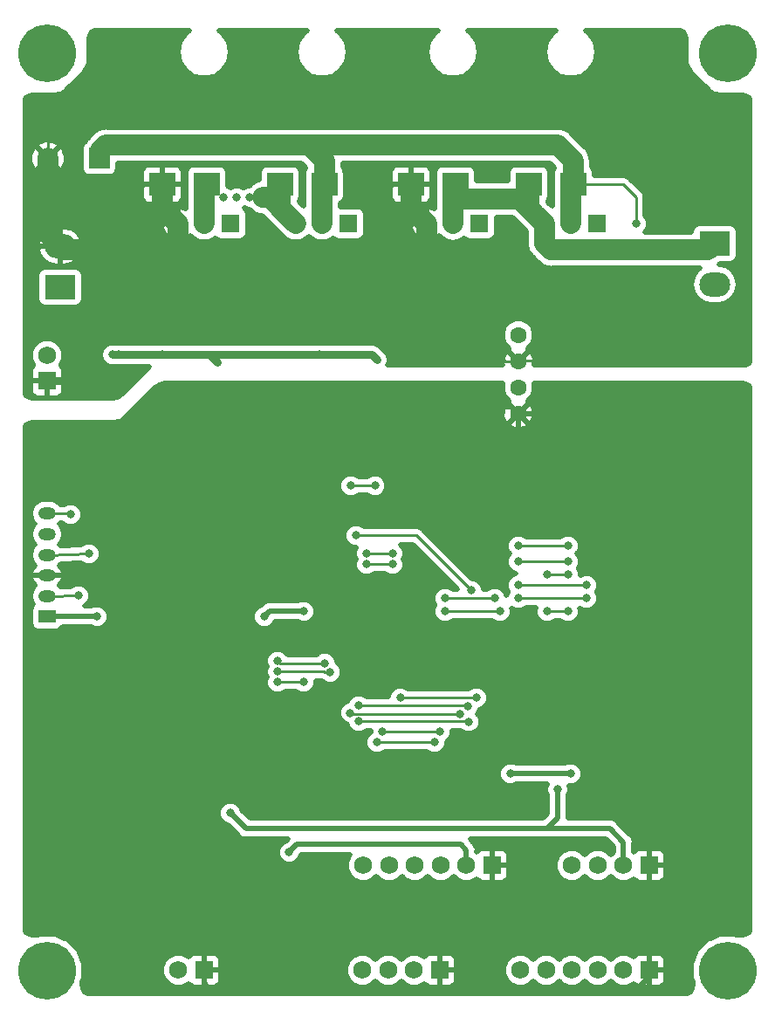
<source format=gbl>
G04 #@! TF.GenerationSoftware,KiCad,Pcbnew,(5.0.2)-1*
G04 #@! TF.CreationDate,2019-03-08T16:37:09+09:00*
G04 #@! TF.ProjectId,spindleMD_v2,7370696e-646c-4654-9d44-5f76322e6b69,rev?*
G04 #@! TF.SameCoordinates,Original*
G04 #@! TF.FileFunction,Copper,L2,Bot*
G04 #@! TF.FilePolarity,Positive*
%FSLAX46Y46*%
G04 Gerber Fmt 4.6, Leading zero omitted, Abs format (unit mm)*
G04 Created by KiCad (PCBNEW (5.0.2)-1) date 2019/03/08 16:37:09*
%MOMM*%
%LPD*%
G01*
G04 APERTURE LIST*
G04 #@! TA.AperFunction,ComponentPad*
%ADD10C,5.600000*%
G04 #@! TD*
G04 #@! TA.AperFunction,ComponentPad*
%ADD11C,2.000000*%
G04 #@! TD*
G04 #@! TA.AperFunction,ComponentPad*
%ADD12R,2.000000X2.000000*%
G04 #@! TD*
G04 #@! TA.AperFunction,SMDPad,CuDef*
%ADD13R,2.500000X2.300000*%
G04 #@! TD*
G04 #@! TA.AperFunction,ComponentPad*
%ADD14R,1.750000X1.750000*%
G04 #@! TD*
G04 #@! TA.AperFunction,ComponentPad*
%ADD15C,1.750000*%
G04 #@! TD*
G04 #@! TA.AperFunction,ComponentPad*
%ADD16O,3.000000X2.350000*%
G04 #@! TD*
G04 #@! TA.AperFunction,ComponentPad*
%ADD17R,3.000000X2.350000*%
G04 #@! TD*
G04 #@! TA.AperFunction,ComponentPad*
%ADD18R,1.800000X1.800000*%
G04 #@! TD*
G04 #@! TA.AperFunction,ComponentPad*
%ADD19O,1.800000X1.800000*%
G04 #@! TD*
G04 #@! TA.AperFunction,ComponentPad*
%ADD20C,1.600000*%
G04 #@! TD*
G04 #@! TA.AperFunction,ComponentPad*
%ADD21O,1.700000X1.200000*%
G04 #@! TD*
G04 #@! TA.AperFunction,ComponentPad*
%ADD22R,1.700000X1.200000*%
G04 #@! TD*
G04 #@! TA.AperFunction,ViaPad*
%ADD23C,0.800000*%
G04 #@! TD*
G04 #@! TA.AperFunction,Conductor*
%ADD24C,0.500000*%
G04 #@! TD*
G04 #@! TA.AperFunction,Conductor*
%ADD25C,0.250000*%
G04 #@! TD*
G04 #@! TA.AperFunction,Conductor*
%ADD26C,2.000000*%
G04 #@! TD*
G04 #@! TA.AperFunction,Conductor*
%ADD27C,0.800000*%
G04 #@! TD*
G04 APERTURE END LIST*
D10*
G04 #@! TO.P,REF\002A\002A,1*
G04 #@! TO.N,N/C*
X133000000Y-144500000D03*
G04 #@! TD*
G04 #@! TO.P,REF\002A\002A,1*
G04 #@! TO.N,N/C*
X133000000Y-55500000D03*
G04 #@! TD*
D11*
G04 #@! TO.P,C10,2*
G04 #@! TO.N,GNDPWR*
X67060000Y-65710000D03*
D12*
G04 #@! TO.P,C10,1*
G04 #@! TO.N,VDD*
X72060000Y-65710000D03*
G04 #@! TD*
D13*
G04 #@! TO.P,D8,2*
G04 #@! TO.N,/H-Bridge/AOUT*
X113725000Y-68250000D03*
G04 #@! TO.P,D8,1*
G04 #@! TO.N,VDD*
X118025000Y-68250000D03*
G04 #@! TD*
G04 #@! TO.P,D9,1*
G04 #@! TO.N,/H-Bridge/AOUT*
X106595000Y-68250000D03*
G04 #@! TO.P,D9,2*
G04 #@! TO.N,GNDPWR*
X102295000Y-68250000D03*
G04 #@! TD*
G04 #@! TO.P,D10,1*
G04 #@! TO.N,VDD*
X93895000Y-68250000D03*
G04 #@! TO.P,D10,2*
G04 #@! TO.N,/H-Bridge/BOUT*
X89595000Y-68250000D03*
G04 #@! TD*
G04 #@! TO.P,D11,2*
G04 #@! TO.N,GNDPWR*
X78165000Y-68250000D03*
G04 #@! TO.P,D11,1*
G04 #@! TO.N,/H-Bridge/BOUT*
X82465000Y-68250000D03*
G04 #@! TD*
D14*
G04 #@! TO.P,J1,1*
G04 #@! TO.N,GND*
X82220000Y-144450000D03*
D15*
G04 #@! TO.P,J1,2*
G04 #@! TO.N,Net-(C3-Pad1)*
X79720000Y-144450000D03*
G04 #@! TD*
G04 #@! TO.P,J3,4*
G04 #@! TO.N,/MCU/UART_RX*
X97580000Y-144450000D03*
G04 #@! TO.P,J3,3*
G04 #@! TO.N,/MCU/UART_TX*
X100080000Y-144450000D03*
G04 #@! TO.P,J3,2*
G04 #@! TO.N,+3V3*
X102580000Y-144450000D03*
D14*
G04 #@! TO.P,J3,1*
G04 #@! TO.N,GND*
X105080000Y-144450000D03*
G04 #@! TD*
G04 #@! TO.P,J4,1*
G04 #@! TO.N,GND*
X125400000Y-144450000D03*
D15*
G04 #@! TO.P,J4,2*
G04 #@! TO.N,N/C*
X122900000Y-144450000D03*
G04 #@! TO.P,J4,3*
G04 #@! TO.N,/MCU/I2C_SDA*
X120400000Y-144450000D03*
G04 #@! TO.P,J4,4*
G04 #@! TO.N,/MCU/I2C_SCL*
X117900000Y-144450000D03*
G04 #@! TO.P,J4,5*
G04 #@! TO.N,/MCU/SHUTDOWN*
X115400000Y-144450000D03*
G04 #@! TO.P,J4,6*
G04 #@! TO.N,/MCU/SD_Monitor*
X112900000Y-144450000D03*
G04 #@! TD*
D14*
G04 #@! TO.P,J5,1*
G04 #@! TO.N,GND*
X125400000Y-134290000D03*
D15*
G04 #@! TO.P,J5,2*
G04 #@! TO.N,+5V*
X122900000Y-134290000D03*
G04 #@! TO.P,J5,3*
G04 #@! TO.N,/MCU/RE_A*
X120400000Y-134290000D03*
G04 #@! TO.P,J5,4*
G04 #@! TO.N,/MCU/RE_B*
X117900000Y-134290000D03*
G04 #@! TD*
D14*
G04 #@! TO.P,J6,1*
G04 #@! TO.N,GND*
X110160000Y-134290000D03*
D15*
G04 #@! TO.P,J6,2*
G04 #@! TO.N,+3V3*
X107660000Y-134290000D03*
G04 #@! TO.P,J6,3*
G04 #@! TO.N,/MCU/GPIO_1*
X105160000Y-134290000D03*
G04 #@! TO.P,J6,4*
G04 #@! TO.N,/MCU/GPIO_2*
X102660000Y-134290000D03*
G04 #@! TO.P,J6,5*
G04 #@! TO.N,/MCU/GPIO_3*
X100160000Y-134290000D03*
G04 #@! TO.P,J6,6*
G04 #@! TO.N,/MCU/GPIO_4*
X97660000Y-134290000D03*
G04 #@! TD*
D16*
G04 #@! TO.P,J7,2*
G04 #@! TO.N,GNDPWR*
X68250000Y-74250000D03*
D17*
G04 #@! TO.P,J7,1*
G04 #@! TO.N,VDD*
X68250000Y-78210000D03*
G04 #@! TD*
D15*
G04 #@! TO.P,J8,2*
G04 #@! TO.N,+12V*
X66980000Y-84800000D03*
D14*
G04 #@! TO.P,J8,1*
G04 #@! TO.N,GNDPWR*
X66980000Y-87300000D03*
G04 #@! TD*
D16*
G04 #@! TO.P,J9,2*
G04 #@! TO.N,/CurrentSensing/IP+*
X131750000Y-77925000D03*
D17*
G04 #@! TO.P,J9,1*
G04 #@! TO.N,/H-Bridge/AOUT*
X131750000Y-73965000D03*
G04 #@! TD*
D18*
G04 #@! TO.P,Q1,1*
G04 #@! TO.N,Net-(Q1-Pad1)*
X120320000Y-72060000D03*
D19*
G04 #@! TO.P,Q1,2*
G04 #@! TO.N,VDD*
X117780000Y-72060000D03*
G04 #@! TO.P,Q1,3*
G04 #@! TO.N,/H-Bridge/AOUT*
X115240000Y-72060000D03*
G04 #@! TD*
G04 #@! TO.P,Q2,3*
G04 #@! TO.N,GNDPWR*
X103810000Y-72060000D03*
G04 #@! TO.P,Q2,2*
G04 #@! TO.N,/H-Bridge/AOUT*
X106350000Y-72060000D03*
D18*
G04 #@! TO.P,Q2,1*
G04 #@! TO.N,Net-(Q2-Pad1)*
X108890000Y-72060000D03*
G04 #@! TD*
D19*
G04 #@! TO.P,Q3,3*
G04 #@! TO.N,/H-Bridge/BOUT*
X91110000Y-72060000D03*
G04 #@! TO.P,Q3,2*
G04 #@! TO.N,VDD*
X93650000Y-72060000D03*
D18*
G04 #@! TO.P,Q3,1*
G04 #@! TO.N,Net-(Q3-Pad1)*
X96190000Y-72060000D03*
G04 #@! TD*
G04 #@! TO.P,Q4,1*
G04 #@! TO.N,Net-(Q4-Pad1)*
X84760000Y-72060000D03*
D19*
G04 #@! TO.P,Q4,2*
G04 #@! TO.N,/H-Bridge/BOUT*
X82220000Y-72060000D03*
G04 #@! TO.P,Q4,3*
G04 #@! TO.N,GNDPWR*
X79680000Y-72060000D03*
G04 #@! TD*
D20*
G04 #@! TO.P,U3,4*
G04 #@! TO.N,+5VA*
X112700000Y-82855000D03*
G04 #@! TO.P,U3,3*
G04 #@! TO.N,GNDPWR*
X112700000Y-85395000D03*
G04 #@! TO.P,U3,2*
G04 #@! TO.N,+5V*
X112700000Y-87935000D03*
G04 #@! TO.P,U3,1*
G04 #@! TO.N,GND*
X112700000Y-90475000D03*
G04 #@! TD*
D10*
G04 #@! TO.P,REF\002A\002A,1*
G04 #@! TO.N,N/C*
X67000000Y-55500000D03*
G04 #@! TD*
G04 #@! TO.P,REF\002A\002A,1*
G04 #@! TO.N,N/C*
X67000000Y-144500000D03*
G04 #@! TD*
D21*
G04 #@! TO.P,J2,6*
G04 #@! TO.N,/MCU/SWO*
X66980000Y-100160000D03*
G04 #@! TO.P,J2,5*
G04 #@! TO.N,/MCU/NRST*
X66980000Y-102160000D03*
G04 #@! TO.P,J2,4*
G04 #@! TO.N,/MCU/SWDIO*
X66980000Y-104160000D03*
G04 #@! TO.P,J2,3*
G04 #@! TO.N,GND*
X66980000Y-106160000D03*
G04 #@! TO.P,J2,2*
G04 #@! TO.N,/MCU/SWCLK*
X66980000Y-108160000D03*
D22*
G04 #@! TO.P,J2,1*
G04 #@! TO.N,+3V3*
X66980000Y-110160000D03*
G04 #@! TD*
D23*
G04 #@! TO.N,GND*
X77775000Y-129210000D03*
X72695000Y-129210000D03*
X82855000Y-89840000D03*
X90475000Y-89840000D03*
X98095000Y-89840000D03*
X105715000Y-89840000D03*
X96190000Y-108255000D03*
X82220000Y-138735000D03*
X123875972Y-88062000D03*
X120057272Y-88051092D03*
X127940000Y-88062000D03*
X118288000Y-94411990D03*
X77775000Y-90475000D03*
X127940000Y-93015000D03*
X125400000Y-124892000D03*
X131750000Y-94666000D03*
X74346000Y-140640000D03*
X103810011Y-116763989D03*
X91872000Y-107620000D03*
X71806000Y-107620000D03*
X74600000Y-143180000D03*
X77140000Y-145720000D03*
X72060000Y-145720000D03*
X72060000Y-140640000D03*
X66980000Y-140640000D03*
X69520000Y-138100000D03*
X72060000Y-135560000D03*
X66980000Y-130480000D03*
X69520000Y-127940000D03*
X72060000Y-130480000D03*
X66980000Y-125400000D03*
X66980000Y-120320000D03*
X72060000Y-120320000D03*
X77140000Y-120320000D03*
X77140000Y-115240000D03*
X66980000Y-115240000D03*
X72060000Y-115240000D03*
X77140000Y-125400000D03*
X74600000Y-122860000D03*
X74600000Y-127940000D03*
X79680000Y-127940000D03*
X79680000Y-122860000D03*
X79680000Y-117780000D03*
X82220000Y-115240000D03*
X82220000Y-120320000D03*
X82220000Y-125400000D03*
X84760000Y-127940000D03*
X84760000Y-122860000D03*
X84760000Y-117780000D03*
X87300000Y-120320000D03*
X87300000Y-125400000D03*
X92380000Y-125400000D03*
X92380000Y-120320000D03*
X94920000Y-127940000D03*
X77140000Y-105080000D03*
X72060000Y-105080000D03*
X82220000Y-105080000D03*
X87300000Y-105080000D03*
X74600000Y-102540000D03*
X79680000Y-102540000D03*
X79680000Y-102540000D03*
X84760000Y-102540000D03*
X89840000Y-102540000D03*
X94920000Y-102540000D03*
X92380000Y-100000000D03*
X87300000Y-100000000D03*
X82220000Y-100000000D03*
X77140000Y-100000000D03*
X72060000Y-100000000D03*
X72060000Y-94920000D03*
X66980000Y-94920000D03*
X69520000Y-97460000D03*
X69520000Y-92380000D03*
X74600000Y-92380000D03*
X77140000Y-94920000D03*
X74600000Y-97460000D03*
X79680000Y-97460000D03*
X84760000Y-97460000D03*
X84760000Y-92380000D03*
X92380000Y-94920000D03*
X102540000Y-100000000D03*
X100000000Y-92380000D03*
X107620000Y-100000000D03*
X107620000Y-94920000D03*
X110160000Y-92380000D03*
X110160000Y-97460000D03*
X112700000Y-100000000D03*
X112700000Y-94920000D03*
X115240000Y-97460000D03*
X120320000Y-97460000D03*
X117780000Y-100000000D03*
X125400000Y-97460000D03*
X125400000Y-92380000D03*
X130480000Y-97460000D03*
X133020000Y-94920000D03*
X133020000Y-100000000D03*
X133020000Y-89840000D03*
X127940000Y-100000000D03*
X120320000Y-102540000D03*
X122860000Y-105080000D03*
X122860000Y-110160000D03*
X127940000Y-110160000D03*
X133020000Y-110160000D03*
X130480000Y-112700000D03*
X125400000Y-112700000D03*
X122860000Y-115240000D03*
X120320000Y-112700000D03*
X117780000Y-115240000D03*
X112700000Y-115240000D03*
X112700000Y-110160000D03*
X120320000Y-117780000D03*
X117780000Y-120320000D03*
X120320000Y-122860000D03*
X122860000Y-120320000D03*
X127940000Y-120320000D03*
X133020000Y-120320000D03*
X133020000Y-125400000D03*
X130480000Y-127940000D03*
X127940000Y-125400000D03*
X130480000Y-133020000D03*
X133020000Y-135560000D03*
X130480000Y-138100000D03*
X133020000Y-140640000D03*
X127940000Y-140640000D03*
X127940000Y-145720000D03*
X127940000Y-135560000D03*
X127940000Y-130480000D03*
X122860000Y-140640000D03*
X120320000Y-138100000D03*
X117780000Y-140640000D03*
X110160000Y-143180000D03*
X110160000Y-138100000D03*
X107620000Y-145720000D03*
X107620000Y-140640000D03*
X100000000Y-138100000D03*
X97460000Y-140640000D03*
X102540000Y-140640000D03*
X105080000Y-138100000D03*
X92380000Y-140640000D03*
X94920000Y-143180000D03*
X92380000Y-145720000D03*
X87300000Y-145720000D03*
X84760000Y-143180000D03*
X89840000Y-143180000D03*
X87300000Y-140640000D03*
X89840000Y-138100000D03*
X94920000Y-138100000D03*
X92380000Y-135560000D03*
X100000000Y-127940000D03*
X97460000Y-125400000D03*
X105080000Y-127940000D03*
X102540000Y-125400000D03*
X107620000Y-125400000D03*
X110160000Y-122860000D03*
X110160000Y-127940000D03*
X74600000Y-107620000D03*
X79680000Y-107620000D03*
X84760000Y-107620000D03*
X97460000Y-112700000D03*
X100000000Y-115240000D03*
X97460000Y-115240000D03*
X102540000Y-112700000D03*
X102540000Y-110160000D03*
X100000000Y-110160000D03*
G04 #@! TO.N,/MCU/NRST*
X108128018Y-107620000D03*
X96952004Y-102286000D03*
G04 #@! TO.N,+5V*
X84760000Y-129210000D03*
X116510000Y-126924012D03*
G04 #@! TO.N,+3V3*
X90475000Y-133020000D03*
X117780000Y-125400000D03*
X71806000Y-110160000D03*
X88062000Y-110160000D03*
X91872000Y-109652000D03*
X111938010Y-125400000D03*
G04 #@! TO.N,GNDPWR*
X77140000Y-74600000D03*
X119050000Y-77140000D03*
X120057270Y-85278893D03*
X123876064Y-85268000D03*
X81204000Y-80696000D03*
X96444000Y-80696000D03*
X66980000Y-61900000D03*
X69520000Y-59360000D03*
X72060000Y-61900000D03*
X72060000Y-56820000D03*
X74600000Y-54280000D03*
X74600000Y-59360000D03*
X77140000Y-61900000D03*
X77140000Y-56820000D03*
X79680000Y-54280000D03*
X79680000Y-59360000D03*
X82220000Y-61900000D03*
X84760000Y-59360000D03*
X84760000Y-54280000D03*
X87300000Y-56820000D03*
X87300000Y-61900000D03*
X89840000Y-59360000D03*
X89840000Y-54280000D03*
X92380000Y-61900000D03*
X94920000Y-59360000D03*
X97460000Y-61900000D03*
X97460000Y-56820000D03*
X100000000Y-54280000D03*
X100000000Y-59360000D03*
X102540000Y-61900000D03*
X102540000Y-56820000D03*
X105080000Y-59360000D03*
X107620000Y-61900000D03*
X110160000Y-59360000D03*
X110160000Y-54280000D03*
X112700000Y-56820000D03*
X112700000Y-61900000D03*
X115240000Y-59360000D03*
X115240000Y-54280000D03*
X117780000Y-61900000D03*
X120320000Y-64440000D03*
X120320000Y-59360000D03*
X120320000Y-54280000D03*
X122860000Y-56820000D03*
X122860000Y-61900000D03*
X122860000Y-66980000D03*
X125400000Y-64440000D03*
X125400000Y-59360000D03*
X125400000Y-54280000D03*
X127940000Y-56820000D03*
X127940000Y-61900000D03*
X130480000Y-59360000D03*
X133020000Y-61900000D03*
X125400000Y-79680000D03*
X125400000Y-84760000D03*
X115240000Y-77140000D03*
X110160000Y-77140000D03*
X112700000Y-79680000D03*
X107620000Y-79680000D03*
X107620000Y-84760000D03*
X110160000Y-82220000D03*
X100000000Y-77140000D03*
X94920000Y-77140000D03*
X92380000Y-79680000D03*
X89840000Y-77140000D03*
X84760000Y-77140000D03*
X79680000Y-77140000D03*
X74600000Y-82220000D03*
X72060000Y-79680000D03*
X69520000Y-82220000D03*
X100000000Y-72060000D03*
X133020000Y-82220000D03*
X127940000Y-66980000D03*
X130480000Y-64440000D03*
X133020000Y-66980000D03*
X130480000Y-69520000D03*
G04 #@! TO.N,VDD*
X79680000Y-64440000D03*
X78410000Y-64440000D03*
X77140000Y-64440000D03*
X75870000Y-64440000D03*
X74600000Y-64440000D03*
X73330000Y-64440000D03*
X124130000Y-72060000D03*
G04 #@! TO.N,+12V*
X73330000Y-84760000D03*
X73965000Y-84760000D03*
X83490000Y-85522000D03*
X78156000Y-84760000D03*
X93396000Y-84760000D03*
X98984000Y-85268000D03*
G04 #@! TO.N,/H-Bridge/BOUT*
X84125000Y-69520000D03*
X85395000Y-69520000D03*
X86665000Y-69520000D03*
X82220000Y-70099998D03*
X89840000Y-70790000D03*
X87935000Y-69520000D03*
G04 #@! TO.N,/MCU/LED3*
X99525008Y-121336000D03*
X112700000Y-108381994D03*
X119304000Y-108382000D03*
X105080000Y-121336000D03*
G04 #@! TO.N,/MCU/LED2*
X98984000Y-122352000D03*
X112700000Y-107112000D03*
X119304000Y-107112000D03*
X104572000Y-122352000D03*
G04 #@! TO.N,/MCU/LED1*
X115494000Y-106096000D03*
X117525990Y-106096000D03*
X100508000Y-105080000D03*
X97968000Y-105080000D03*
G04 #@! TO.N,/MCU/SWO*
X69266000Y-100254014D03*
X91872000Y-116509994D03*
X89332000Y-116510000D03*
G04 #@! TO.N,/MCU/SWDIO*
X93903994Y-114700000D03*
X71044000Y-104064000D03*
X89332000Y-114478000D03*
G04 #@! TO.N,/MCU/SWCLK*
X94442940Y-115542359D03*
X89332004Y-115494000D03*
X70028000Y-108128000D03*
G04 #@! TO.N,/MCU/SD_Monitor*
X97206000Y-120319992D03*
X107873980Y-120353070D03*
G04 #@! TO.N,/MCU/SHUTDOWN*
X96397294Y-119487940D03*
X107065294Y-119594982D03*
G04 #@! TO.N,/MCU/I2C_SCL*
X97206024Y-118796000D03*
X107827289Y-118832990D03*
G04 #@! TO.N,/MCU/I2C_SDA*
X101233010Y-118034000D03*
X108635990Y-118034000D03*
G04 #@! TO.N,/MCU/GPIO_1*
X105587994Y-109652000D03*
X110922000Y-109652000D03*
G04 #@! TO.N,/MCU/GPIO_2*
X105588000Y-108382004D03*
X110414012Y-108382000D03*
G04 #@! TO.N,/MCU/USER_BUTTON*
X115494000Y-109652004D03*
X117526000Y-109652000D03*
G04 #@! TO.N,/H-Bridge/GATE_AP*
X97968000Y-104064000D03*
X100508000Y-104064000D03*
G04 #@! TO.N,/H-Bridge/GATE_BN*
X96444000Y-97460000D03*
X98800000Y-97460004D03*
G04 #@! TO.N,/VoltageSensing/VOUT*
X112700000Y-103302000D03*
X117525994Y-103302000D03*
G04 #@! TO.N,/MCU/I_SENSE*
X112700000Y-104826000D03*
X117526000Y-104826000D03*
G04 #@! TD*
D24*
G04 #@! TO.N,GND*
X77775000Y-129210000D02*
X72695000Y-129210000D01*
X125400000Y-135665000D02*
X125400000Y-144450000D01*
X125400000Y-134290000D02*
X125400000Y-135665000D01*
X82855000Y-89840000D02*
X90475000Y-89840000D01*
X90475000Y-89840000D02*
X98095000Y-89840000D01*
X98095000Y-89840000D02*
X105715000Y-89840000D01*
X112065000Y-89840000D02*
X112700000Y-90475000D01*
X105715000Y-89840000D02*
X112065000Y-89840000D01*
X77775000Y-129210000D02*
X77775000Y-134290000D01*
X77775000Y-134290000D02*
X82220000Y-138735000D01*
D25*
X120068180Y-88062000D02*
X120057272Y-88051092D01*
X123875972Y-88062000D02*
X120068180Y-88062000D01*
X123875972Y-88062000D02*
X127940000Y-88062000D01*
D24*
X117722315Y-94411990D02*
X118288000Y-94411990D01*
X113715990Y-94411990D02*
X117722315Y-94411990D01*
X112700000Y-90475000D02*
X112700000Y-93396000D01*
X112700000Y-93396000D02*
X113715990Y-94411990D01*
X114097000Y-90475000D02*
X112700000Y-90475000D01*
X120057272Y-88051092D02*
X116520908Y-88051092D01*
X116520908Y-88051092D02*
X114097000Y-90475000D01*
X82855000Y-89840000D02*
X78410000Y-89840000D01*
X78410000Y-89840000D02*
X77775000Y-90475000D01*
X124130000Y-146355000D02*
X105080000Y-146355000D01*
X125400000Y-144450000D02*
X125400000Y-145085000D01*
X125400000Y-145085000D02*
X124130000Y-146355000D01*
X105080000Y-146355000D02*
X105080000Y-144450000D01*
X82855000Y-146355000D02*
X105080000Y-146355000D01*
X82220000Y-144450000D02*
X82220000Y-145720000D01*
X82220000Y-145720000D02*
X82855000Y-146355000D01*
X127940000Y-93015000D02*
X127940000Y-88062000D01*
D25*
X125400000Y-124892000D02*
X125400000Y-134290000D01*
X127940000Y-94158000D02*
X127940000Y-93015000D01*
X131750000Y-94666000D02*
X128448000Y-94666000D01*
X128448000Y-94666000D02*
X127940000Y-94158000D01*
D24*
X74346000Y-140640000D02*
X82220000Y-140640000D01*
X82220000Y-138735000D02*
X82220000Y-140640000D01*
X82220000Y-140640000D02*
X82220000Y-144450000D01*
X96190000Y-108255000D02*
X96190000Y-109143978D01*
X103410012Y-116363990D02*
X103810011Y-116763989D01*
X66980000Y-106160000D02*
X70346000Y-106160000D01*
X70346000Y-106160000D02*
X71406001Y-107220001D01*
X71406001Y-107220001D02*
X71806000Y-107620000D01*
D25*
X74346000Y-140640000D02*
X74346000Y-142926000D01*
X74346000Y-142926000D02*
X74600000Y-143180000D01*
X74600000Y-143180000D02*
X77140000Y-145720000D01*
X77140000Y-145720000D02*
X72060000Y-145720000D01*
X72060000Y-145720000D02*
X72060000Y-140640000D01*
X72060000Y-140640000D02*
X66980000Y-140640000D01*
X66980000Y-140640000D02*
X69520000Y-138100000D01*
X69520000Y-138100000D02*
X72060000Y-135560000D01*
X72060000Y-135560000D02*
X66980000Y-130480000D01*
X66980000Y-130480000D02*
X69520000Y-127940000D01*
X69520000Y-127940000D02*
X72060000Y-130480000D01*
X69520000Y-127940000D02*
X66980000Y-125400000D01*
X66980000Y-125400000D02*
X66980000Y-120320000D01*
X66980000Y-120320000D02*
X72060000Y-120320000D01*
X72060000Y-120320000D02*
X77140000Y-120320000D01*
X77140000Y-120320000D02*
X77140000Y-115240000D01*
X66980000Y-120320000D02*
X66980000Y-115240000D01*
X66980000Y-115240000D02*
X72060000Y-115240000D01*
X77140000Y-120320000D02*
X77140000Y-125400000D01*
X77140000Y-125400000D02*
X74600000Y-122860000D01*
X77140000Y-125400000D02*
X74600000Y-127940000D01*
X77140000Y-125400000D02*
X79680000Y-127940000D01*
X79680000Y-127940000D02*
X79680000Y-122860000D01*
X79680000Y-122860000D02*
X79680000Y-117780000D01*
X79680000Y-117780000D02*
X82220000Y-115240000D01*
X82220000Y-115240000D02*
X82220000Y-120320000D01*
X82220000Y-120320000D02*
X82220000Y-125400000D01*
X82220000Y-125400000D02*
X84760000Y-127940000D01*
X84760000Y-127940000D02*
X84760000Y-122860000D01*
X84760000Y-122860000D02*
X84760000Y-117780000D01*
X84760000Y-117780000D02*
X87300000Y-120320000D01*
X87300000Y-120320000D02*
X87300000Y-125400000D01*
X87300000Y-125400000D02*
X92380000Y-125400000D01*
X92380000Y-125400000D02*
X92380000Y-120320000D01*
X92380000Y-125400000D02*
X94920000Y-127940000D01*
X77140000Y-107620000D02*
X77140000Y-105080000D01*
D24*
X77140000Y-107620000D02*
X71806000Y-107620000D01*
D25*
X77140000Y-105080000D02*
X72060000Y-105080000D01*
X77140000Y-105080000D02*
X82220000Y-105080000D01*
X82220000Y-105080000D02*
X87300000Y-105080000D01*
X72060000Y-105080000D02*
X74600000Y-102540000D01*
X74600000Y-102540000D02*
X79680000Y-102540000D01*
X79680000Y-102540000D02*
X84760000Y-102540000D01*
X84760000Y-102540000D02*
X89840000Y-102540000D01*
X89840000Y-102540000D02*
X94920000Y-102540000D01*
X94920000Y-102540000D02*
X92380000Y-100000000D01*
X92380000Y-100000000D02*
X87300000Y-100000000D01*
X87300000Y-100000000D02*
X82220000Y-100000000D01*
X82220000Y-100000000D02*
X77140000Y-100000000D01*
X77140000Y-100000000D02*
X72060000Y-100000000D01*
X72060000Y-100000000D02*
X72060000Y-94920000D01*
X72060000Y-94920000D02*
X66980000Y-94920000D01*
X66980000Y-94920000D02*
X69520000Y-97460000D01*
X66980000Y-94920000D02*
X69520000Y-92380000D01*
X69520000Y-92380000D02*
X74600000Y-92380000D01*
X72060000Y-94920000D02*
X77140000Y-94920000D01*
X77140000Y-94920000D02*
X74600000Y-97460000D01*
X74600000Y-97460000D02*
X79680000Y-97460000D01*
X79680000Y-97460000D02*
X84760000Y-97460000D01*
X84760000Y-97460000D02*
X84760000Y-92380000D01*
X92380000Y-100000000D02*
X92380000Y-94920000D01*
X92380000Y-100000000D02*
X102540000Y-100000000D01*
X102540000Y-100000000D02*
X102540000Y-94920000D01*
X102540000Y-94920000D02*
X100000000Y-92380000D01*
X102540000Y-100000000D02*
X107620000Y-100000000D01*
X107620000Y-100000000D02*
X107620000Y-94920000D01*
X107620000Y-94920000D02*
X110160000Y-92380000D01*
X110160000Y-92380000D02*
X110160000Y-97460000D01*
X110160000Y-97460000D02*
X112700000Y-100000000D01*
X112700000Y-100000000D02*
X112700000Y-94920000D01*
X112700000Y-94920000D02*
X115240000Y-97460000D01*
X115240000Y-97460000D02*
X120320000Y-97460000D01*
X120320000Y-97460000D02*
X117780000Y-100000000D01*
X120320000Y-97460000D02*
X125400000Y-97460000D01*
X125400000Y-97460000D02*
X125400000Y-92380000D01*
X125400000Y-97460000D02*
X130480000Y-97460000D01*
X130480000Y-97460000D02*
X133020000Y-94920000D01*
X133020000Y-94920000D02*
X133020000Y-100000000D01*
X133020000Y-94920000D02*
X133020000Y-89840000D01*
X130480000Y-97460000D02*
X127940000Y-100000000D01*
X125400000Y-97460000D02*
X122860000Y-100000000D01*
X122860000Y-100000000D02*
X120320000Y-102540000D01*
X120320000Y-102540000D02*
X122860000Y-105080000D01*
X122860000Y-105080000D02*
X122860000Y-110160000D01*
X122860000Y-110160000D02*
X127940000Y-110160000D01*
X127940000Y-110160000D02*
X133020000Y-110160000D01*
X133020000Y-110160000D02*
X130480000Y-112700000D01*
X130480000Y-112700000D02*
X125400000Y-112700000D01*
X125400000Y-112700000D02*
X122860000Y-115240000D01*
X125400000Y-112700000D02*
X120320000Y-112700000D01*
X120320000Y-112700000D02*
X117780000Y-115240000D01*
X120320000Y-112700000D02*
X115240000Y-112700000D01*
X115240000Y-112700000D02*
X112700000Y-115240000D01*
X112700000Y-115240000D02*
X112700000Y-110160000D01*
X117780000Y-115240000D02*
X120320000Y-117780000D01*
X120320000Y-117780000D02*
X117780000Y-120320000D01*
X117780000Y-120320000D02*
X120320000Y-122860000D01*
X120320000Y-122860000D02*
X122860000Y-120320000D01*
X122860000Y-120320000D02*
X127940000Y-120320000D01*
X127940000Y-120320000D02*
X133020000Y-120320000D01*
X133020000Y-120320000D02*
X133020000Y-125400000D01*
X133020000Y-125400000D02*
X130480000Y-127940000D01*
X133020000Y-125400000D02*
X127940000Y-125400000D01*
X130480000Y-127940000D02*
X130480000Y-133020000D01*
X130480000Y-133020000D02*
X133020000Y-135560000D01*
X133020000Y-135560000D02*
X130480000Y-138100000D01*
X130480000Y-138100000D02*
X133020000Y-140640000D01*
X130480000Y-138100000D02*
X127940000Y-140640000D01*
X127940000Y-140640000D02*
X127940000Y-145720000D01*
X127940000Y-140640000D02*
X127940000Y-135560000D01*
X127940000Y-135560000D02*
X127940000Y-130480000D01*
X127940000Y-140640000D02*
X122860000Y-140640000D01*
X122860000Y-140640000D02*
X120320000Y-138100000D01*
X120320000Y-138100000D02*
X117780000Y-140640000D01*
X117780000Y-140640000D02*
X112700000Y-140640000D01*
X112700000Y-140640000D02*
X110160000Y-143180000D01*
X110160000Y-143180000D02*
X110160000Y-138100000D01*
X110160000Y-143180000D02*
X107620000Y-145720000D01*
X110160000Y-143180000D02*
X107620000Y-140640000D01*
X107620000Y-140640000D02*
X102540000Y-140640000D01*
X102540000Y-140640000D02*
X100000000Y-138100000D01*
X100000000Y-138100000D02*
X97460000Y-140640000D01*
X100000000Y-138100000D02*
X105080000Y-138100000D01*
X97460000Y-140640000D02*
X92380000Y-140640000D01*
X92380000Y-140640000D02*
X94920000Y-143180000D01*
X94920000Y-143180000D02*
X92380000Y-145720000D01*
X92380000Y-145720000D02*
X87300000Y-145720000D01*
X87300000Y-145720000D02*
X84760000Y-143180000D01*
X84760000Y-143180000D02*
X89840000Y-143180000D01*
X89840000Y-143180000D02*
X87300000Y-140640000D01*
X87300000Y-140640000D02*
X89840000Y-138100000D01*
X89840000Y-138100000D02*
X94920000Y-138100000D01*
X94920000Y-138100000D02*
X92380000Y-135560000D01*
X94920000Y-127940000D02*
X100000000Y-127940000D01*
X100000000Y-127940000D02*
X97460000Y-125400000D01*
X100000000Y-127940000D02*
X105080000Y-127940000D01*
X105080000Y-127940000D02*
X102540000Y-125400000D01*
X105080000Y-127940000D02*
X107620000Y-125400000D01*
X107620000Y-125400000D02*
X110160000Y-122860000D01*
X110160000Y-122860000D02*
X110160000Y-127940000D01*
X72060000Y-105080000D02*
X74600000Y-107620000D01*
X82220000Y-105080000D02*
X79680000Y-107620000D01*
D24*
X79680000Y-107620000D02*
X77140000Y-107620000D01*
D25*
X87300000Y-105080000D02*
X84760000Y-107620000D01*
D24*
X91872000Y-107620000D02*
X84760000Y-107620000D01*
X84760000Y-107620000D02*
X79680000Y-107620000D01*
D25*
X97206022Y-112446022D02*
X97460000Y-112700000D01*
X97206022Y-110160000D02*
X97206022Y-112446022D01*
D24*
X96190000Y-109143978D02*
X97206022Y-110160000D01*
X97206022Y-110160000D02*
X103410012Y-116363990D01*
D25*
X97460000Y-112700000D02*
X100000000Y-115240000D01*
X97460000Y-112700000D02*
X97460000Y-115240000D01*
X100000000Y-115240000D02*
X102540000Y-112700000D01*
X102540000Y-112700000D02*
X102540000Y-110160000D01*
X102540000Y-110160000D02*
X100000000Y-110160000D01*
G04 #@! TO.N,/MCU/NRST*
X97517689Y-102286000D02*
X96952004Y-102286000D01*
X102794018Y-102286000D02*
X97517689Y-102286000D01*
X108128018Y-107620000D02*
X102794018Y-102286000D01*
D24*
G04 #@! TO.N,+5V*
X116510000Y-128448000D02*
X116510000Y-126924012D01*
X86284000Y-130734000D02*
X84760000Y-129210000D01*
X115494000Y-130734000D02*
X86284000Y-130734000D01*
X116510000Y-128448000D02*
X116510000Y-129718000D01*
X116510000Y-129718000D02*
X115494000Y-130734000D01*
X121590000Y-130734000D02*
X115494000Y-130734000D01*
X122900000Y-134290000D02*
X122900000Y-132044000D01*
X122900000Y-132044000D02*
X121590000Y-130734000D01*
G04 #@! TO.N,+3V3*
X71806000Y-110160000D02*
X66980000Y-110160000D01*
X91872000Y-109652000D02*
X88570000Y-109652000D01*
X88570000Y-109652000D02*
X88062000Y-110160000D01*
X117780000Y-125400000D02*
X111938010Y-125400000D01*
X91237000Y-132258000D02*
X90475000Y-133020000D01*
X107112000Y-132258000D02*
X91237000Y-132258000D01*
X107660000Y-134290000D02*
X107660000Y-132806000D01*
X107660000Y-132806000D02*
X107112000Y-132258000D01*
D26*
G04 #@! TO.N,GNDPWR*
X67060000Y-73060000D02*
X68250000Y-74250000D01*
X67060000Y-65710000D02*
X67060000Y-73060000D01*
X78165000Y-70545000D02*
X79680000Y-72060000D01*
X78165000Y-68250000D02*
X78165000Y-70545000D01*
X102295000Y-70545000D02*
X103810000Y-72060000D01*
X102295000Y-68250000D02*
X102295000Y-70545000D01*
X79680000Y-74600000D02*
X79680000Y-72060000D01*
X103810000Y-74600000D02*
X103810000Y-72060000D01*
X77140000Y-74600000D02*
X79680000Y-74600000D01*
X68600000Y-74600000D02*
X77140000Y-74600000D01*
X68250000Y-74250000D02*
X68600000Y-74600000D01*
D27*
X68575000Y-74250000D02*
X68250000Y-74250000D01*
X70790000Y-76465000D02*
X68575000Y-74250000D01*
X70790000Y-85165000D02*
X70790000Y-76465000D01*
X66980000Y-87300000D02*
X68655000Y-87300000D01*
X68655000Y-87300000D02*
X70790000Y-85165000D01*
D25*
X107620000Y-74600000D02*
X103810000Y-74600000D01*
X109525000Y-76505000D02*
X107620000Y-74600000D01*
X109525000Y-83490000D02*
X109525000Y-76505000D01*
X112700000Y-85395000D02*
X111430000Y-85395000D01*
X111430000Y-85395000D02*
X109525000Y-83490000D01*
X110160000Y-77140000D02*
X109525000Y-76505000D01*
X119050000Y-77140000D02*
X117018000Y-77140000D01*
X117018000Y-77140000D02*
X110160000Y-77140000D01*
X120057270Y-85278893D02*
X123865171Y-85278893D01*
X123865171Y-85278893D02*
X123876064Y-85268000D01*
X112816107Y-85278893D02*
X112700000Y-85395000D01*
X120057270Y-85278893D02*
X112816107Y-85278893D01*
X81204000Y-80130315D02*
X81204000Y-74600000D01*
X81204000Y-80696000D02*
X81204000Y-80130315D01*
D26*
X79680000Y-74600000D02*
X81204000Y-74600000D01*
D25*
X96444000Y-80696000D02*
X96444000Y-74600000D01*
D26*
X81204000Y-74600000D02*
X96444000Y-74600000D01*
X96444000Y-74600000D02*
X103810000Y-74600000D01*
D25*
X67060000Y-65710000D02*
X67060000Y-61980000D01*
X67060000Y-61980000D02*
X66980000Y-61900000D01*
X66980000Y-61900000D02*
X69520000Y-59360000D01*
X69520000Y-59360000D02*
X72060000Y-61900000D01*
X72060000Y-61900000D02*
X72060000Y-56820000D01*
X72060000Y-56820000D02*
X74600000Y-54280000D01*
X74600000Y-54280000D02*
X74600000Y-59360000D01*
X74600000Y-59360000D02*
X77140000Y-61900000D01*
X77140000Y-61900000D02*
X77140000Y-56820000D01*
X77140000Y-56820000D02*
X79680000Y-54280000D01*
X79680000Y-54280000D02*
X79680000Y-59360000D01*
X79680000Y-59360000D02*
X82220000Y-61900000D01*
X82220000Y-61900000D02*
X84760000Y-59360000D01*
X84760000Y-59360000D02*
X84760000Y-54280000D01*
X84760000Y-54280000D02*
X87300000Y-56820000D01*
X87300000Y-56820000D02*
X87300000Y-61900000D01*
X87300000Y-61900000D02*
X89840000Y-59360000D01*
X89840000Y-59360000D02*
X89840000Y-54280000D01*
X89840000Y-59360000D02*
X92380000Y-61900000D01*
X92380000Y-61900000D02*
X94920000Y-59360000D01*
X94920000Y-59360000D02*
X97460000Y-61900000D01*
X97460000Y-61900000D02*
X97460000Y-56820000D01*
X97460000Y-56820000D02*
X100000000Y-54280000D01*
X100000000Y-54280000D02*
X100000000Y-59360000D01*
X100000000Y-59360000D02*
X102540000Y-61900000D01*
X102540000Y-61900000D02*
X102540000Y-56820000D01*
X102540000Y-56820000D02*
X105080000Y-59360000D01*
X105080000Y-59360000D02*
X107620000Y-61900000D01*
X107620000Y-61900000D02*
X110160000Y-59360000D01*
X110160000Y-59360000D02*
X110160000Y-54280000D01*
X110160000Y-54280000D02*
X112700000Y-56820000D01*
X112700000Y-56820000D02*
X112700000Y-61900000D01*
X112700000Y-61900000D02*
X115240000Y-59360000D01*
X115240000Y-59360000D02*
X115240000Y-54280000D01*
X115240000Y-59360000D02*
X117780000Y-61900000D01*
X117780000Y-61900000D02*
X120320000Y-64440000D01*
X120320000Y-64440000D02*
X120320000Y-59360000D01*
X120320000Y-59360000D02*
X120320000Y-54280000D01*
X120320000Y-54280000D02*
X122860000Y-56820000D01*
X122860000Y-56820000D02*
X122860000Y-61900000D01*
X122860000Y-61900000D02*
X122860000Y-66980000D01*
X122860000Y-66980000D02*
X125400000Y-64440000D01*
X125400000Y-64440000D02*
X125400000Y-59360000D01*
X125400000Y-59360000D02*
X125400000Y-54280000D01*
X125400000Y-54280000D02*
X127940000Y-56820000D01*
X127940000Y-56820000D02*
X127940000Y-61900000D01*
X127940000Y-61900000D02*
X130480000Y-59360000D01*
X130480000Y-59360000D02*
X133020000Y-61900000D01*
X125400000Y-79680000D02*
X125400000Y-84760000D01*
X119050000Y-77140000D02*
X115240000Y-77140000D01*
X115240000Y-77140000D02*
X110160000Y-77140000D01*
X115240000Y-77140000D02*
X112700000Y-79680000D01*
X112700000Y-79680000D02*
X107620000Y-79680000D01*
X107620000Y-79680000D02*
X107620000Y-84760000D01*
X107620000Y-84760000D02*
X110160000Y-82220000D01*
X110160000Y-77140000D02*
X100000000Y-77140000D01*
X100000000Y-77140000D02*
X94920000Y-77140000D01*
X94920000Y-77140000D02*
X92380000Y-79680000D01*
X94920000Y-77140000D02*
X89840000Y-77140000D01*
X89840000Y-77140000D02*
X84760000Y-77140000D01*
X84760000Y-77140000D02*
X79680000Y-77140000D01*
X79680000Y-77140000D02*
X74600000Y-82220000D01*
X74600000Y-82220000D02*
X72060000Y-79680000D01*
X74600000Y-82220000D02*
X69520000Y-82220000D01*
X100000000Y-77140000D02*
X100000000Y-72060000D01*
X130480000Y-79680000D02*
X133020000Y-82220000D01*
X125400000Y-79680000D02*
X130480000Y-79680000D01*
X127940000Y-61900000D02*
X127940000Y-66980000D01*
X127940000Y-66980000D02*
X130480000Y-64440000D01*
X130480000Y-64440000D02*
X133020000Y-66980000D01*
X133020000Y-66980000D02*
X130480000Y-69520000D01*
X134290000Y-63170000D02*
X133020000Y-61900000D01*
X133020000Y-82220000D02*
X134290000Y-80950000D01*
X134290000Y-80950000D02*
X134290000Y-63170000D01*
D26*
G04 #@! TO.N,VDD*
X93650000Y-68495000D02*
X93650000Y-72060000D01*
X93895000Y-68250000D02*
X93650000Y-68495000D01*
X117780000Y-68495000D02*
X117780000Y-72060000D01*
X118025000Y-68250000D02*
X117780000Y-68495000D01*
X93895000Y-65955000D02*
X93895000Y-68250000D01*
X92380000Y-64440000D02*
X93895000Y-65955000D01*
X118025000Y-65955000D02*
X118025000Y-68250000D01*
X92380000Y-64440000D02*
X116510000Y-64440000D01*
X116510000Y-64440000D02*
X118025000Y-65955000D01*
X79680000Y-64440000D02*
X92380000Y-64440000D01*
X79680000Y-64440000D02*
X78410000Y-64440000D01*
X78410000Y-64440000D02*
X77140000Y-64440000D01*
X77140000Y-64440000D02*
X75870000Y-64440000D01*
X75870000Y-64440000D02*
X74600000Y-64440000D01*
X74600000Y-64440000D02*
X73330000Y-64440000D01*
X72695000Y-64440000D02*
X73330000Y-64440000D01*
X72060000Y-65075000D02*
X72695000Y-64440000D01*
X72060000Y-65710000D02*
X72060000Y-65075000D01*
D25*
X124130000Y-72060000D02*
X124130000Y-69520000D01*
X122860000Y-68250000D02*
X118025000Y-68250000D01*
X124130000Y-69520000D02*
X122860000Y-68250000D01*
D27*
G04 #@! TO.N,+12V*
X73330000Y-84760000D02*
X73965000Y-84760000D01*
X73965000Y-84760000D02*
X74600000Y-84760000D01*
X82728000Y-84760000D02*
X83490000Y-85522000D01*
X74600000Y-84760000D02*
X78156000Y-84760000D01*
X78156000Y-84760000D02*
X82728000Y-84760000D01*
X93396000Y-84760000D02*
X98476000Y-84760000D01*
X98476000Y-84760000D02*
X98984000Y-85268000D01*
X82728000Y-84760000D02*
X93396000Y-84760000D01*
D26*
G04 #@! TO.N,/H-Bridge/AOUT*
X106350000Y-68495000D02*
X106350000Y-72060000D01*
X106595000Y-68250000D02*
X106350000Y-68495000D01*
X113725000Y-68250000D02*
X113725000Y-70545000D01*
X114340001Y-71160001D02*
X115240000Y-72060000D01*
X112839999Y-69659999D02*
X114340001Y-71160001D01*
X106789999Y-69659999D02*
X112839999Y-69659999D01*
X106350000Y-70099998D02*
X106789999Y-69659999D01*
X106350000Y-72060000D02*
X106350000Y-70099998D01*
X131115000Y-74600000D02*
X131750000Y-73965000D01*
X115875000Y-74600000D02*
X131115000Y-74600000D01*
X115240000Y-72060000D02*
X115240000Y-73965000D01*
X115240000Y-73965000D02*
X115875000Y-74600000D01*
G04 #@! TO.N,/H-Bridge/BOUT*
X82220000Y-68495000D02*
X82220000Y-72060000D01*
X82465000Y-68250000D02*
X82220000Y-68495000D01*
X89595000Y-70545000D02*
X91110000Y-72060000D01*
X89595000Y-68250000D02*
X89595000Y-70545000D01*
X88570000Y-69520000D02*
X89840000Y-70790000D01*
X87935000Y-69520000D02*
X88570000Y-69520000D01*
D25*
G04 #@! TO.N,/MCU/LED3*
X112700000Y-108381994D02*
X119303994Y-108381994D01*
X119303994Y-108381994D02*
X119304000Y-108382000D01*
X99525008Y-121336000D02*
X105080000Y-121336000D01*
G04 #@! TO.N,/MCU/LED2*
X113265685Y-107112000D02*
X119304000Y-107112000D01*
X112700000Y-107112000D02*
X113265685Y-107112000D01*
X98984000Y-122352000D02*
X104572000Y-122352000D01*
G04 #@! TO.N,/MCU/LED1*
X115494000Y-106096000D02*
X117525990Y-106096000D01*
X100508000Y-105080000D02*
X97968000Y-105080000D01*
G04 #@! TO.N,/MCU/SWO*
X66980000Y-100160000D02*
X69171986Y-100160000D01*
X69171986Y-100160000D02*
X69266000Y-100254014D01*
X89332006Y-116509994D02*
X89332000Y-116510000D01*
X91872000Y-116509994D02*
X89332006Y-116509994D01*
G04 #@! TO.N,/MCU/SWDIO*
X66980000Y-104160000D02*
X71044000Y-104064000D01*
X89554000Y-114700000D02*
X89332000Y-114478000D01*
X93903994Y-114700000D02*
X89554000Y-114700000D01*
G04 #@! TO.N,/MCU/SWCLK*
X66980000Y-108160000D02*
X70028000Y-108128000D01*
X93828896Y-115494000D02*
X89332004Y-115494000D01*
X94442940Y-115542359D02*
X93877255Y-115542359D01*
X93877255Y-115542359D02*
X93828896Y-115494000D01*
G04 #@! TO.N,/MCU/SD_Monitor*
X107840902Y-120319992D02*
X107873980Y-120353070D01*
X97206000Y-120319992D02*
X107840902Y-120319992D01*
G04 #@! TO.N,/MCU/SHUTDOWN*
X106499609Y-119594982D02*
X107065294Y-119594982D01*
X96397294Y-119487940D02*
X96504336Y-119594982D01*
X96504336Y-119594982D02*
X106499609Y-119594982D01*
G04 #@! TO.N,/MCU/I2C_SCL*
X107790299Y-118796000D02*
X107827289Y-118832990D01*
X97206024Y-118796000D02*
X107790299Y-118796000D01*
G04 #@! TO.N,/MCU/I2C_SDA*
X101233010Y-118034000D02*
X108635990Y-118034000D01*
G04 #@! TO.N,/MCU/GPIO_1*
X105587994Y-109652000D02*
X110922000Y-109652000D01*
G04 #@! TO.N,/MCU/GPIO_2*
X105588000Y-108382004D02*
X110414008Y-108382004D01*
X110414008Y-108382004D02*
X110414012Y-108382000D01*
G04 #@! TO.N,/MCU/USER_BUTTON*
X115494000Y-109652004D02*
X117525996Y-109652004D01*
X117525996Y-109652004D02*
X117526000Y-109652000D01*
G04 #@! TO.N,/H-Bridge/GATE_AP*
X97968000Y-104064000D02*
X100508000Y-104064000D01*
G04 #@! TO.N,/H-Bridge/GATE_BN*
X98799996Y-97460000D02*
X98800000Y-97460004D01*
X96444000Y-97460000D02*
X98799996Y-97460000D01*
G04 #@! TO.N,/VoltageSensing/VOUT*
X112700000Y-103302000D02*
X117525994Y-103302000D01*
G04 #@! TO.N,/MCU/I_SENSE*
X112700000Y-104826000D02*
X117526000Y-104826000D01*
G04 #@! TD*
D24*
G04 #@! TO.N,GNDPWR*
G36*
X80411833Y-53591833D02*
X79857516Y-54421427D01*
X79662866Y-55400000D01*
X79857516Y-56378573D01*
X80411833Y-57208167D01*
X81241427Y-57762484D01*
X81972986Y-57908000D01*
X82467014Y-57908000D01*
X83198573Y-57762484D01*
X84028167Y-57208167D01*
X84582484Y-56378573D01*
X84777134Y-55400000D01*
X84582484Y-54421427D01*
X84028167Y-53591833D01*
X83640796Y-53333000D01*
X92229204Y-53333000D01*
X91841833Y-53591833D01*
X91287516Y-54421427D01*
X91092866Y-55400000D01*
X91287516Y-56378573D01*
X91841833Y-57208167D01*
X92671427Y-57762484D01*
X93402986Y-57908000D01*
X93897014Y-57908000D01*
X94628573Y-57762484D01*
X95458167Y-57208167D01*
X96012484Y-56378573D01*
X96207134Y-55400000D01*
X96012484Y-54421427D01*
X95458167Y-53591833D01*
X95070796Y-53333000D01*
X104929204Y-53333000D01*
X104541833Y-53591833D01*
X103987516Y-54421427D01*
X103792866Y-55400000D01*
X103987516Y-56378573D01*
X104541833Y-57208167D01*
X105371427Y-57762484D01*
X106102986Y-57908000D01*
X106597014Y-57908000D01*
X107328573Y-57762484D01*
X108158167Y-57208167D01*
X108712484Y-56378573D01*
X108907134Y-55400000D01*
X108712484Y-54421427D01*
X108158167Y-53591833D01*
X107770796Y-53333000D01*
X116359204Y-53333000D01*
X115971833Y-53591833D01*
X115417516Y-54421427D01*
X115222866Y-55400000D01*
X115417516Y-56378573D01*
X115971833Y-57208167D01*
X116801427Y-57762484D01*
X117532986Y-57908000D01*
X118027014Y-57908000D01*
X118758573Y-57762484D01*
X119588167Y-57208167D01*
X120142484Y-56378573D01*
X120337134Y-55400000D01*
X120142484Y-54421427D01*
X119588167Y-53591833D01*
X119200796Y-53333000D01*
X128450743Y-53333000D01*
X128712260Y-53507740D01*
X128891990Y-53776725D01*
X128960000Y-54118635D01*
X128960000Y-56198680D01*
X128964804Y-56247453D01*
X129078985Y-56821478D01*
X129116314Y-56911598D01*
X129441473Y-57398233D01*
X129472563Y-57436117D01*
X131133883Y-59097437D01*
X131171767Y-59128527D01*
X131658402Y-59453686D01*
X131748522Y-59491015D01*
X132322547Y-59605196D01*
X132371320Y-59610000D01*
X134451365Y-59610000D01*
X134793275Y-59678010D01*
X135062260Y-59857740D01*
X135167001Y-60014496D01*
X135167001Y-85375504D01*
X135062260Y-85532260D01*
X134793275Y-85711990D01*
X134451365Y-85780000D01*
X114237291Y-85780000D01*
X114245561Y-85761942D01*
X114268335Y-85142550D01*
X114052344Y-84561591D01*
X113987489Y-84464529D01*
X113692083Y-84408574D01*
X112705657Y-85395000D01*
X112719799Y-85409142D01*
X112714142Y-85414799D01*
X112700000Y-85400657D01*
X112685858Y-85414799D01*
X112680201Y-85409142D01*
X112694343Y-85395000D01*
X111707917Y-84408574D01*
X111412511Y-84464529D01*
X111154439Y-85028058D01*
X111131665Y-85647450D01*
X111180945Y-85780000D01*
X100034605Y-85780000D01*
X100074811Y-85719828D01*
X100097496Y-85605784D01*
X100142000Y-85498341D01*
X100142000Y-85382045D01*
X100164685Y-85267999D01*
X100142000Y-85153953D01*
X100142000Y-85037659D01*
X100097496Y-84930218D01*
X100074811Y-84816170D01*
X100010209Y-84719486D01*
X99965705Y-84612045D01*
X99639955Y-84286295D01*
X99639952Y-84286294D01*
X99375478Y-84021820D01*
X99310871Y-83925129D01*
X98927829Y-83669188D01*
X98590051Y-83602000D01*
X98590046Y-83602000D01*
X98476000Y-83579315D01*
X98361954Y-83602000D01*
X82842046Y-83602000D01*
X82728000Y-83579315D01*
X82613954Y-83602000D01*
X73099659Y-83602000D01*
X72992222Y-83646502D01*
X72878171Y-83669188D01*
X72781484Y-83733792D01*
X72674045Y-83778295D01*
X72591814Y-83860526D01*
X72495129Y-83925129D01*
X72430526Y-84021814D01*
X72348295Y-84104045D01*
X72303792Y-84211484D01*
X72239188Y-84308171D01*
X72216502Y-84422222D01*
X72172000Y-84529659D01*
X72172000Y-84645949D01*
X72149314Y-84760000D01*
X72172000Y-84874051D01*
X72172000Y-84990341D01*
X72216502Y-85097778D01*
X72239188Y-85211829D01*
X72303792Y-85308516D01*
X72348295Y-85415955D01*
X72430526Y-85498186D01*
X72495129Y-85594871D01*
X72591814Y-85659474D01*
X72674045Y-85741705D01*
X72781484Y-85786208D01*
X72878171Y-85850812D01*
X72992222Y-85873498D01*
X73099659Y-85918000D01*
X76898446Y-85918000D01*
X74244972Y-88571474D01*
X73820160Y-88855324D01*
X73319058Y-88955000D01*
X65548635Y-88955000D01*
X65206725Y-88886990D01*
X64937740Y-88707260D01*
X64833000Y-88550505D01*
X64833000Y-87493500D01*
X65347000Y-87493500D01*
X65347000Y-88325776D01*
X65462399Y-88604373D01*
X65675628Y-88817602D01*
X65954225Y-88933000D01*
X66786500Y-88933000D01*
X66976000Y-88743500D01*
X66976000Y-87304000D01*
X66984000Y-87304000D01*
X66984000Y-88743500D01*
X67173500Y-88933000D01*
X68005775Y-88933000D01*
X68284372Y-88817602D01*
X68497601Y-88604373D01*
X68613000Y-88325776D01*
X68613000Y-87493500D01*
X68423500Y-87304000D01*
X66984000Y-87304000D01*
X66976000Y-87304000D01*
X65536500Y-87304000D01*
X65347000Y-87493500D01*
X64833000Y-87493500D01*
X64833000Y-84475176D01*
X65347000Y-84475176D01*
X65347000Y-85124824D01*
X65595610Y-85725020D01*
X65664308Y-85793718D01*
X65462399Y-85995627D01*
X65347000Y-86274224D01*
X65347000Y-87106500D01*
X65536500Y-87296000D01*
X66976000Y-87296000D01*
X66976000Y-87276000D01*
X66984000Y-87276000D01*
X66984000Y-87296000D01*
X68423500Y-87296000D01*
X68613000Y-87106500D01*
X68613000Y-86274224D01*
X68497601Y-85995627D01*
X68295692Y-85793718D01*
X68364390Y-85725020D01*
X68613000Y-85124824D01*
X68613000Y-84475176D01*
X68364390Y-83874980D01*
X67905020Y-83415610D01*
X67304824Y-83167000D01*
X66655176Y-83167000D01*
X66054980Y-83415610D01*
X65595610Y-83874980D01*
X65347000Y-84475176D01*
X64833000Y-84475176D01*
X64833000Y-82545095D01*
X111142000Y-82545095D01*
X111142000Y-83164905D01*
X111379191Y-83737536D01*
X111766286Y-84124631D01*
X111713574Y-84402917D01*
X112700000Y-85389343D01*
X113686426Y-84402917D01*
X113633714Y-84124631D01*
X114020809Y-83737536D01*
X114258000Y-83164905D01*
X114258000Y-82545095D01*
X114020809Y-81972464D01*
X113582536Y-81534191D01*
X113009905Y-81297000D01*
X112390095Y-81297000D01*
X111817464Y-81534191D01*
X111379191Y-81972464D01*
X111142000Y-82545095D01*
X64833000Y-82545095D01*
X64833000Y-77035000D01*
X65977150Y-77035000D01*
X65977150Y-79385000D01*
X66035980Y-79680757D01*
X66203513Y-79931487D01*
X66454243Y-80099020D01*
X66750000Y-80157850D01*
X69750000Y-80157850D01*
X70045757Y-80099020D01*
X70296487Y-79931487D01*
X70464020Y-79680757D01*
X70522850Y-79385000D01*
X70522850Y-77035000D01*
X70464020Y-76739243D01*
X70296487Y-76488513D01*
X70045757Y-76320980D01*
X69750000Y-76262150D01*
X66750000Y-76262150D01*
X66454243Y-76320980D01*
X66203513Y-76488513D01*
X66035980Y-76739243D01*
X65977150Y-77035000D01*
X64833000Y-77035000D01*
X64833000Y-74556338D01*
X66016428Y-74556338D01*
X66137610Y-74986031D01*
X66555334Y-75614008D01*
X67181577Y-76034328D01*
X67921000Y-76183000D01*
X68246000Y-76183000D01*
X68246000Y-74254000D01*
X68254000Y-74254000D01*
X68254000Y-76183000D01*
X68579000Y-76183000D01*
X69318423Y-76034328D01*
X69944666Y-75614008D01*
X70362390Y-74986031D01*
X70483572Y-74556338D01*
X70318495Y-74254000D01*
X68254000Y-74254000D01*
X68246000Y-74254000D01*
X66181505Y-74254000D01*
X66016428Y-74556338D01*
X64833000Y-74556338D01*
X64833000Y-73943662D01*
X66016428Y-73943662D01*
X66181505Y-74246000D01*
X68246000Y-74246000D01*
X68246000Y-72317000D01*
X68254000Y-72317000D01*
X68254000Y-74246000D01*
X70318495Y-74246000D01*
X70483572Y-73943662D01*
X70362390Y-73513969D01*
X69944666Y-72885992D01*
X69318423Y-72465672D01*
X68610423Y-72323318D01*
X78043043Y-72323318D01*
X78066882Y-72443163D01*
X78336303Y-73031310D01*
X78810290Y-73471584D01*
X79416682Y-73696957D01*
X79676000Y-73528495D01*
X79676000Y-72064000D01*
X78211505Y-72064000D01*
X78043043Y-72323318D01*
X68610423Y-72323318D01*
X68579000Y-72317000D01*
X68254000Y-72317000D01*
X68246000Y-72317000D01*
X67921000Y-72317000D01*
X67181577Y-72465672D01*
X66555334Y-72885992D01*
X66137610Y-73513969D01*
X66016428Y-73943662D01*
X64833000Y-73943662D01*
X64833000Y-71796682D01*
X78043043Y-71796682D01*
X78211505Y-72056000D01*
X79676000Y-72056000D01*
X79676000Y-70591505D01*
X79416682Y-70423043D01*
X78810290Y-70648416D01*
X78336303Y-71088690D01*
X78066882Y-71676837D01*
X78043043Y-71796682D01*
X64833000Y-71796682D01*
X64833000Y-68443500D01*
X76157000Y-68443500D01*
X76157000Y-69550775D01*
X76272398Y-69829372D01*
X76485627Y-70042601D01*
X76764224Y-70158000D01*
X77971500Y-70158000D01*
X78161000Y-69968500D01*
X78161000Y-68254000D01*
X78169000Y-68254000D01*
X78169000Y-69968500D01*
X78358500Y-70158000D01*
X79565776Y-70158000D01*
X79844373Y-70042601D01*
X80057602Y-69829372D01*
X80173000Y-69550775D01*
X80173000Y-68443500D01*
X79983500Y-68254000D01*
X78169000Y-68254000D01*
X78161000Y-68254000D01*
X76346500Y-68254000D01*
X76157000Y-68443500D01*
X64833000Y-68443500D01*
X64833000Y-66846275D01*
X65929382Y-66846275D01*
X66009669Y-67162463D01*
X66645454Y-67453845D01*
X67344350Y-67479743D01*
X67999956Y-67236213D01*
X68110331Y-67162463D01*
X68190618Y-66846275D01*
X67060000Y-65715657D01*
X65929382Y-66846275D01*
X64833000Y-66846275D01*
X64833000Y-65994350D01*
X65290257Y-65994350D01*
X65533787Y-66649956D01*
X65607537Y-66760331D01*
X65923725Y-66840618D01*
X67054343Y-65710000D01*
X67065657Y-65710000D01*
X68196275Y-66840618D01*
X68512463Y-66760331D01*
X68803845Y-66124546D01*
X68829743Y-65425650D01*
X68699492Y-65075000D01*
X70267560Y-65075000D01*
X70287150Y-65173486D01*
X70287150Y-66710000D01*
X70345980Y-67005757D01*
X70513513Y-67256487D01*
X70764243Y-67424020D01*
X71060000Y-67482850D01*
X71961509Y-67482850D01*
X72060000Y-67502441D01*
X72158491Y-67482850D01*
X73060000Y-67482850D01*
X73355757Y-67424020D01*
X73606487Y-67256487D01*
X73774020Y-67005757D01*
X73785264Y-66949225D01*
X76157000Y-66949225D01*
X76157000Y-68056500D01*
X76346500Y-68246000D01*
X78161000Y-68246000D01*
X78161000Y-66531500D01*
X78169000Y-66531500D01*
X78169000Y-68246000D01*
X79983500Y-68246000D01*
X80173000Y-68056500D01*
X80173000Y-66949225D01*
X80057602Y-66670628D01*
X79844373Y-66457399D01*
X79565776Y-66342000D01*
X78358500Y-66342000D01*
X78169000Y-66531500D01*
X78161000Y-66531500D01*
X77971500Y-66342000D01*
X76764224Y-66342000D01*
X76485627Y-66457399D01*
X76272398Y-66670628D01*
X76157000Y-66949225D01*
X73785264Y-66949225D01*
X73832850Y-66710000D01*
X73832850Y-66198000D01*
X91651813Y-66198000D01*
X92061989Y-66608176D01*
X91930980Y-66804243D01*
X91872150Y-67100000D01*
X91872150Y-68421651D01*
X91857560Y-68495000D01*
X91872150Y-68568349D01*
X91872150Y-69400000D01*
X91892000Y-69499794D01*
X91892001Y-70355814D01*
X91428011Y-69891824D01*
X91559020Y-69695757D01*
X91617850Y-69400000D01*
X91617850Y-67100000D01*
X91559020Y-66804243D01*
X91391487Y-66553513D01*
X91140757Y-66385980D01*
X90845000Y-66327150D01*
X88345000Y-66327150D01*
X88049243Y-66385980D01*
X87798513Y-66553513D01*
X87630980Y-66804243D01*
X87572150Y-67100000D01*
X87572150Y-67799734D01*
X87249063Y-67864000D01*
X86667553Y-68252553D01*
X86594423Y-68362000D01*
X86434659Y-68362000D01*
X86030000Y-68529615D01*
X85625341Y-68362000D01*
X85164659Y-68362000D01*
X84760000Y-68529615D01*
X84487850Y-68416887D01*
X84487850Y-67100000D01*
X84429020Y-66804243D01*
X84261487Y-66553513D01*
X84010757Y-66385980D01*
X83715000Y-66327150D01*
X81215000Y-66327150D01*
X80919243Y-66385980D01*
X80668513Y-66553513D01*
X80500980Y-66804243D01*
X80442150Y-67100000D01*
X80442150Y-68421651D01*
X80427560Y-68495000D01*
X80442150Y-68568349D01*
X80442150Y-69400000D01*
X80462000Y-69499794D01*
X80462001Y-70615818D01*
X79943318Y-70423043D01*
X79684000Y-70591505D01*
X79684000Y-72056000D01*
X79704000Y-72056000D01*
X79704000Y-72064000D01*
X79684000Y-72064000D01*
X79684000Y-73528495D01*
X79943318Y-73696957D01*
X80549710Y-73471584D01*
X80857705Y-73185496D01*
X80952554Y-73327447D01*
X81534064Y-73716000D01*
X82220000Y-73852441D01*
X82905937Y-73716000D01*
X83284493Y-73463056D01*
X83313513Y-73506487D01*
X83564243Y-73674020D01*
X83860000Y-73732850D01*
X85660000Y-73732850D01*
X85955757Y-73674020D01*
X86206487Y-73506487D01*
X86374020Y-73255757D01*
X86432850Y-72960000D01*
X86432850Y-71160000D01*
X86374020Y-70864243D01*
X86206487Y-70613513D01*
X86088264Y-70534518D01*
X86434659Y-70678000D01*
X86594423Y-70678000D01*
X86667553Y-70787447D01*
X87249063Y-71176000D01*
X87761853Y-71278000D01*
X87841813Y-71278000D01*
X88229476Y-71665663D01*
X88327554Y-71812447D01*
X88474338Y-71910525D01*
X89989340Y-73425527D01*
X90424062Y-73715999D01*
X91110000Y-73852441D01*
X91795938Y-73715999D01*
X92377447Y-73327447D01*
X92380000Y-73323625D01*
X92382554Y-73327447D01*
X92964064Y-73716000D01*
X93650000Y-73852441D01*
X94335937Y-73716000D01*
X94714493Y-73463056D01*
X94743513Y-73506487D01*
X94994243Y-73674020D01*
X95290000Y-73732850D01*
X97090000Y-73732850D01*
X97385757Y-73674020D01*
X97636487Y-73506487D01*
X97804020Y-73255757D01*
X97862850Y-72960000D01*
X97862850Y-72323318D01*
X102173043Y-72323318D01*
X102196882Y-72443163D01*
X102466303Y-73031310D01*
X102940290Y-73471584D01*
X103546682Y-73696957D01*
X103806000Y-73528495D01*
X103806000Y-72064000D01*
X102341505Y-72064000D01*
X102173043Y-72323318D01*
X97862850Y-72323318D01*
X97862850Y-71796682D01*
X102173043Y-71796682D01*
X102341505Y-72056000D01*
X103806000Y-72056000D01*
X103806000Y-70591505D01*
X103546682Y-70423043D01*
X102940290Y-70648416D01*
X102466303Y-71088690D01*
X102196882Y-71676837D01*
X102173043Y-71796682D01*
X97862850Y-71796682D01*
X97862850Y-71160000D01*
X97804020Y-70864243D01*
X97636487Y-70613513D01*
X97385757Y-70445980D01*
X97090000Y-70387150D01*
X95408000Y-70387150D01*
X95408000Y-70120536D01*
X95440757Y-70114020D01*
X95691487Y-69946487D01*
X95859020Y-69695757D01*
X95917850Y-69400000D01*
X95917850Y-68443500D01*
X100287000Y-68443500D01*
X100287000Y-69550775D01*
X100402398Y-69829372D01*
X100615627Y-70042601D01*
X100894224Y-70158000D01*
X102101500Y-70158000D01*
X102291000Y-69968500D01*
X102291000Y-68254000D01*
X102299000Y-68254000D01*
X102299000Y-69968500D01*
X102488500Y-70158000D01*
X103695776Y-70158000D01*
X103974373Y-70042601D01*
X104187602Y-69829372D01*
X104303000Y-69550775D01*
X104303000Y-68443500D01*
X104113500Y-68254000D01*
X102299000Y-68254000D01*
X102291000Y-68254000D01*
X100476500Y-68254000D01*
X100287000Y-68443500D01*
X95917850Y-68443500D01*
X95917850Y-67100000D01*
X95887859Y-66949225D01*
X100287000Y-66949225D01*
X100287000Y-68056500D01*
X100476500Y-68246000D01*
X102291000Y-68246000D01*
X102291000Y-66531500D01*
X102299000Y-66531500D01*
X102299000Y-68246000D01*
X104113500Y-68246000D01*
X104303000Y-68056500D01*
X104303000Y-66949225D01*
X104187602Y-66670628D01*
X103974373Y-66457399D01*
X103695776Y-66342000D01*
X102488500Y-66342000D01*
X102299000Y-66531500D01*
X102291000Y-66531500D01*
X102101500Y-66342000D01*
X100894224Y-66342000D01*
X100615627Y-66457399D01*
X100402398Y-66670628D01*
X100287000Y-66949225D01*
X95887859Y-66949225D01*
X95859020Y-66804243D01*
X95691487Y-66553513D01*
X95653000Y-66527797D01*
X95653000Y-66198000D01*
X115781813Y-66198000D01*
X116191989Y-66608176D01*
X116060980Y-66804243D01*
X116002150Y-67100000D01*
X116002150Y-68421651D01*
X115987560Y-68495000D01*
X116002150Y-68568349D01*
X116002150Y-69400000D01*
X116022000Y-69499794D01*
X116022001Y-70355814D01*
X115705530Y-70039343D01*
X115705528Y-70039340D01*
X115558012Y-69891824D01*
X115689020Y-69695757D01*
X115747850Y-69400000D01*
X115747850Y-67100000D01*
X115689020Y-66804243D01*
X115521487Y-66553513D01*
X115270757Y-66385980D01*
X114975000Y-66327150D01*
X112475000Y-66327150D01*
X112179243Y-66385980D01*
X111928513Y-66553513D01*
X111760980Y-66804243D01*
X111702150Y-67100000D01*
X111702150Y-67901999D01*
X108617850Y-67901999D01*
X108617850Y-67100000D01*
X108559020Y-66804243D01*
X108391487Y-66553513D01*
X108140757Y-66385980D01*
X107845000Y-66327150D01*
X105345000Y-66327150D01*
X105049243Y-66385980D01*
X104798513Y-66553513D01*
X104630980Y-66804243D01*
X104572150Y-67100000D01*
X104572150Y-68421651D01*
X104557560Y-68495000D01*
X104572150Y-68568349D01*
X104572150Y-69400000D01*
X104592000Y-69499794D01*
X104592000Y-69926854D01*
X104557560Y-70099998D01*
X104592000Y-70273143D01*
X104592001Y-70287440D01*
X104592001Y-70615818D01*
X104073318Y-70423043D01*
X103814000Y-70591505D01*
X103814000Y-72056000D01*
X103834000Y-72056000D01*
X103834000Y-72064000D01*
X103814000Y-72064000D01*
X103814000Y-73528495D01*
X104073318Y-73696957D01*
X104679710Y-73471584D01*
X104987704Y-73185496D01*
X105082553Y-73327447D01*
X105664063Y-73716000D01*
X106350000Y-73852441D01*
X107035937Y-73716000D01*
X107414493Y-73463056D01*
X107443513Y-73506487D01*
X107694243Y-73674020D01*
X107990000Y-73732850D01*
X109790000Y-73732850D01*
X110085757Y-73674020D01*
X110336487Y-73506487D01*
X110504020Y-73255757D01*
X110562850Y-72960000D01*
X110562850Y-71417999D01*
X112111812Y-71417999D01*
X112359477Y-71665664D01*
X112457554Y-71812447D01*
X112604336Y-71910524D01*
X113219340Y-72525528D01*
X113219343Y-72525530D01*
X113482000Y-72788187D01*
X113482001Y-73791853D01*
X113447560Y-73965000D01*
X113584001Y-74650938D01*
X113874473Y-75085660D01*
X113874476Y-75085663D01*
X113972554Y-75232447D01*
X114119338Y-75330525D01*
X114509473Y-75720660D01*
X114607553Y-75867447D01*
X115189063Y-76256000D01*
X115701853Y-76358000D01*
X115701854Y-76358000D01*
X115875000Y-76392441D01*
X116048146Y-76358000D01*
X130290874Y-76358000D01*
X130031385Y-76531385D01*
X129604154Y-77170781D01*
X129454131Y-77925000D01*
X129604154Y-78679219D01*
X130031385Y-79318615D01*
X130670781Y-79745846D01*
X131234619Y-79858000D01*
X132265381Y-79858000D01*
X132829219Y-79745846D01*
X133468615Y-79318615D01*
X133895846Y-78679219D01*
X134045869Y-77925000D01*
X133895846Y-77170781D01*
X133468615Y-76531385D01*
X132829219Y-76104154D01*
X132265381Y-75992000D01*
X132196040Y-75992000D01*
X132314497Y-75912850D01*
X133250000Y-75912850D01*
X133545757Y-75854020D01*
X133796487Y-75686487D01*
X133964020Y-75435757D01*
X134022850Y-75140000D01*
X134022850Y-72790000D01*
X133964020Y-72494243D01*
X133796487Y-72243513D01*
X133545757Y-72075980D01*
X133250000Y-72017150D01*
X130250000Y-72017150D01*
X129954243Y-72075980D01*
X129703513Y-72243513D01*
X129535980Y-72494243D01*
X129477150Y-72790000D01*
X129477150Y-72842000D01*
X124985660Y-72842000D01*
X125111705Y-72715955D01*
X125288000Y-72290341D01*
X125288000Y-71829659D01*
X125111705Y-71404045D01*
X125013000Y-71305340D01*
X125013000Y-69606961D01*
X125030298Y-69519999D01*
X125009225Y-69414060D01*
X124961767Y-69175471D01*
X124766607Y-68883393D01*
X124692884Y-68834133D01*
X123545869Y-67687119D01*
X123496607Y-67613393D01*
X123204529Y-67418233D01*
X122946963Y-67367000D01*
X122946962Y-67367000D01*
X122860000Y-67349702D01*
X122773038Y-67367000D01*
X120047850Y-67367000D01*
X120047850Y-67100000D01*
X119989020Y-66804243D01*
X119821487Y-66553513D01*
X119783000Y-66527797D01*
X119783000Y-66128146D01*
X119817441Y-65955000D01*
X119769833Y-65715657D01*
X119681000Y-65269063D01*
X119292447Y-64687553D01*
X119145660Y-64589473D01*
X117875527Y-63319340D01*
X117777447Y-63172553D01*
X117195937Y-62784000D01*
X116683147Y-62682000D01*
X116683142Y-62682000D01*
X116510000Y-62647560D01*
X116336858Y-62682000D01*
X92553142Y-62682000D01*
X92380000Y-62647560D01*
X92206858Y-62682000D01*
X72868146Y-62682000D01*
X72695000Y-62647559D01*
X72521854Y-62682000D01*
X72521853Y-62682000D01*
X72009063Y-62784000D01*
X71427553Y-63172553D01*
X71329473Y-63319340D01*
X70939338Y-63709475D01*
X70792554Y-63807553D01*
X70694475Y-63954338D01*
X70694473Y-63954340D01*
X70587935Y-64113786D01*
X70513513Y-64163513D01*
X70345980Y-64414243D01*
X70287150Y-64710000D01*
X70287150Y-64976514D01*
X70267560Y-65075000D01*
X68699492Y-65075000D01*
X68586213Y-64770044D01*
X68512463Y-64659669D01*
X68196275Y-64579382D01*
X67065657Y-65710000D01*
X67054343Y-65710000D01*
X65923725Y-64579382D01*
X65607537Y-64659669D01*
X65316155Y-65295454D01*
X65290257Y-65994350D01*
X64833000Y-65994350D01*
X64833000Y-64573725D01*
X65929382Y-64573725D01*
X67060000Y-65704343D01*
X68190618Y-64573725D01*
X68110331Y-64257537D01*
X67474546Y-63966155D01*
X66775650Y-63940257D01*
X66120044Y-64183787D01*
X66009669Y-64257537D01*
X65929382Y-64573725D01*
X64833000Y-64573725D01*
X64833000Y-60014495D01*
X64937740Y-59857740D01*
X65206725Y-59678010D01*
X65548635Y-59610000D01*
X67628680Y-59610000D01*
X67677453Y-59605196D01*
X68251478Y-59491015D01*
X68341598Y-59453686D01*
X68828233Y-59128527D01*
X68866117Y-59097437D01*
X70527437Y-57436117D01*
X70558527Y-57398233D01*
X70883686Y-56911598D01*
X70921015Y-56821478D01*
X71035196Y-56247453D01*
X71040000Y-56198680D01*
X71040000Y-54118635D01*
X71108010Y-53776725D01*
X71287740Y-53507740D01*
X71549257Y-53333000D01*
X80799204Y-53333000D01*
X80411833Y-53591833D01*
X80411833Y-53591833D01*
G37*
X80411833Y-53591833D02*
X79857516Y-54421427D01*
X79662866Y-55400000D01*
X79857516Y-56378573D01*
X80411833Y-57208167D01*
X81241427Y-57762484D01*
X81972986Y-57908000D01*
X82467014Y-57908000D01*
X83198573Y-57762484D01*
X84028167Y-57208167D01*
X84582484Y-56378573D01*
X84777134Y-55400000D01*
X84582484Y-54421427D01*
X84028167Y-53591833D01*
X83640796Y-53333000D01*
X92229204Y-53333000D01*
X91841833Y-53591833D01*
X91287516Y-54421427D01*
X91092866Y-55400000D01*
X91287516Y-56378573D01*
X91841833Y-57208167D01*
X92671427Y-57762484D01*
X93402986Y-57908000D01*
X93897014Y-57908000D01*
X94628573Y-57762484D01*
X95458167Y-57208167D01*
X96012484Y-56378573D01*
X96207134Y-55400000D01*
X96012484Y-54421427D01*
X95458167Y-53591833D01*
X95070796Y-53333000D01*
X104929204Y-53333000D01*
X104541833Y-53591833D01*
X103987516Y-54421427D01*
X103792866Y-55400000D01*
X103987516Y-56378573D01*
X104541833Y-57208167D01*
X105371427Y-57762484D01*
X106102986Y-57908000D01*
X106597014Y-57908000D01*
X107328573Y-57762484D01*
X108158167Y-57208167D01*
X108712484Y-56378573D01*
X108907134Y-55400000D01*
X108712484Y-54421427D01*
X108158167Y-53591833D01*
X107770796Y-53333000D01*
X116359204Y-53333000D01*
X115971833Y-53591833D01*
X115417516Y-54421427D01*
X115222866Y-55400000D01*
X115417516Y-56378573D01*
X115971833Y-57208167D01*
X116801427Y-57762484D01*
X117532986Y-57908000D01*
X118027014Y-57908000D01*
X118758573Y-57762484D01*
X119588167Y-57208167D01*
X120142484Y-56378573D01*
X120337134Y-55400000D01*
X120142484Y-54421427D01*
X119588167Y-53591833D01*
X119200796Y-53333000D01*
X128450743Y-53333000D01*
X128712260Y-53507740D01*
X128891990Y-53776725D01*
X128960000Y-54118635D01*
X128960000Y-56198680D01*
X128964804Y-56247453D01*
X129078985Y-56821478D01*
X129116314Y-56911598D01*
X129441473Y-57398233D01*
X129472563Y-57436117D01*
X131133883Y-59097437D01*
X131171767Y-59128527D01*
X131658402Y-59453686D01*
X131748522Y-59491015D01*
X132322547Y-59605196D01*
X132371320Y-59610000D01*
X134451365Y-59610000D01*
X134793275Y-59678010D01*
X135062260Y-59857740D01*
X135167001Y-60014496D01*
X135167001Y-85375504D01*
X135062260Y-85532260D01*
X134793275Y-85711990D01*
X134451365Y-85780000D01*
X114237291Y-85780000D01*
X114245561Y-85761942D01*
X114268335Y-85142550D01*
X114052344Y-84561591D01*
X113987489Y-84464529D01*
X113692083Y-84408574D01*
X112705657Y-85395000D01*
X112719799Y-85409142D01*
X112714142Y-85414799D01*
X112700000Y-85400657D01*
X112685858Y-85414799D01*
X112680201Y-85409142D01*
X112694343Y-85395000D01*
X111707917Y-84408574D01*
X111412511Y-84464529D01*
X111154439Y-85028058D01*
X111131665Y-85647450D01*
X111180945Y-85780000D01*
X100034605Y-85780000D01*
X100074811Y-85719828D01*
X100097496Y-85605784D01*
X100142000Y-85498341D01*
X100142000Y-85382045D01*
X100164685Y-85267999D01*
X100142000Y-85153953D01*
X100142000Y-85037659D01*
X100097496Y-84930218D01*
X100074811Y-84816170D01*
X100010209Y-84719486D01*
X99965705Y-84612045D01*
X99639955Y-84286295D01*
X99639952Y-84286294D01*
X99375478Y-84021820D01*
X99310871Y-83925129D01*
X98927829Y-83669188D01*
X98590051Y-83602000D01*
X98590046Y-83602000D01*
X98476000Y-83579315D01*
X98361954Y-83602000D01*
X82842046Y-83602000D01*
X82728000Y-83579315D01*
X82613954Y-83602000D01*
X73099659Y-83602000D01*
X72992222Y-83646502D01*
X72878171Y-83669188D01*
X72781484Y-83733792D01*
X72674045Y-83778295D01*
X72591814Y-83860526D01*
X72495129Y-83925129D01*
X72430526Y-84021814D01*
X72348295Y-84104045D01*
X72303792Y-84211484D01*
X72239188Y-84308171D01*
X72216502Y-84422222D01*
X72172000Y-84529659D01*
X72172000Y-84645949D01*
X72149314Y-84760000D01*
X72172000Y-84874051D01*
X72172000Y-84990341D01*
X72216502Y-85097778D01*
X72239188Y-85211829D01*
X72303792Y-85308516D01*
X72348295Y-85415955D01*
X72430526Y-85498186D01*
X72495129Y-85594871D01*
X72591814Y-85659474D01*
X72674045Y-85741705D01*
X72781484Y-85786208D01*
X72878171Y-85850812D01*
X72992222Y-85873498D01*
X73099659Y-85918000D01*
X76898446Y-85918000D01*
X74244972Y-88571474D01*
X73820160Y-88855324D01*
X73319058Y-88955000D01*
X65548635Y-88955000D01*
X65206725Y-88886990D01*
X64937740Y-88707260D01*
X64833000Y-88550505D01*
X64833000Y-87493500D01*
X65347000Y-87493500D01*
X65347000Y-88325776D01*
X65462399Y-88604373D01*
X65675628Y-88817602D01*
X65954225Y-88933000D01*
X66786500Y-88933000D01*
X66976000Y-88743500D01*
X66976000Y-87304000D01*
X66984000Y-87304000D01*
X66984000Y-88743500D01*
X67173500Y-88933000D01*
X68005775Y-88933000D01*
X68284372Y-88817602D01*
X68497601Y-88604373D01*
X68613000Y-88325776D01*
X68613000Y-87493500D01*
X68423500Y-87304000D01*
X66984000Y-87304000D01*
X66976000Y-87304000D01*
X65536500Y-87304000D01*
X65347000Y-87493500D01*
X64833000Y-87493500D01*
X64833000Y-84475176D01*
X65347000Y-84475176D01*
X65347000Y-85124824D01*
X65595610Y-85725020D01*
X65664308Y-85793718D01*
X65462399Y-85995627D01*
X65347000Y-86274224D01*
X65347000Y-87106500D01*
X65536500Y-87296000D01*
X66976000Y-87296000D01*
X66976000Y-87276000D01*
X66984000Y-87276000D01*
X66984000Y-87296000D01*
X68423500Y-87296000D01*
X68613000Y-87106500D01*
X68613000Y-86274224D01*
X68497601Y-85995627D01*
X68295692Y-85793718D01*
X68364390Y-85725020D01*
X68613000Y-85124824D01*
X68613000Y-84475176D01*
X68364390Y-83874980D01*
X67905020Y-83415610D01*
X67304824Y-83167000D01*
X66655176Y-83167000D01*
X66054980Y-83415610D01*
X65595610Y-83874980D01*
X65347000Y-84475176D01*
X64833000Y-84475176D01*
X64833000Y-82545095D01*
X111142000Y-82545095D01*
X111142000Y-83164905D01*
X111379191Y-83737536D01*
X111766286Y-84124631D01*
X111713574Y-84402917D01*
X112700000Y-85389343D01*
X113686426Y-84402917D01*
X113633714Y-84124631D01*
X114020809Y-83737536D01*
X114258000Y-83164905D01*
X114258000Y-82545095D01*
X114020809Y-81972464D01*
X113582536Y-81534191D01*
X113009905Y-81297000D01*
X112390095Y-81297000D01*
X111817464Y-81534191D01*
X111379191Y-81972464D01*
X111142000Y-82545095D01*
X64833000Y-82545095D01*
X64833000Y-77035000D01*
X65977150Y-77035000D01*
X65977150Y-79385000D01*
X66035980Y-79680757D01*
X66203513Y-79931487D01*
X66454243Y-80099020D01*
X66750000Y-80157850D01*
X69750000Y-80157850D01*
X70045757Y-80099020D01*
X70296487Y-79931487D01*
X70464020Y-79680757D01*
X70522850Y-79385000D01*
X70522850Y-77035000D01*
X70464020Y-76739243D01*
X70296487Y-76488513D01*
X70045757Y-76320980D01*
X69750000Y-76262150D01*
X66750000Y-76262150D01*
X66454243Y-76320980D01*
X66203513Y-76488513D01*
X66035980Y-76739243D01*
X65977150Y-77035000D01*
X64833000Y-77035000D01*
X64833000Y-74556338D01*
X66016428Y-74556338D01*
X66137610Y-74986031D01*
X66555334Y-75614008D01*
X67181577Y-76034328D01*
X67921000Y-76183000D01*
X68246000Y-76183000D01*
X68246000Y-74254000D01*
X68254000Y-74254000D01*
X68254000Y-76183000D01*
X68579000Y-76183000D01*
X69318423Y-76034328D01*
X69944666Y-75614008D01*
X70362390Y-74986031D01*
X70483572Y-74556338D01*
X70318495Y-74254000D01*
X68254000Y-74254000D01*
X68246000Y-74254000D01*
X66181505Y-74254000D01*
X66016428Y-74556338D01*
X64833000Y-74556338D01*
X64833000Y-73943662D01*
X66016428Y-73943662D01*
X66181505Y-74246000D01*
X68246000Y-74246000D01*
X68246000Y-72317000D01*
X68254000Y-72317000D01*
X68254000Y-74246000D01*
X70318495Y-74246000D01*
X70483572Y-73943662D01*
X70362390Y-73513969D01*
X69944666Y-72885992D01*
X69318423Y-72465672D01*
X68610423Y-72323318D01*
X78043043Y-72323318D01*
X78066882Y-72443163D01*
X78336303Y-73031310D01*
X78810290Y-73471584D01*
X79416682Y-73696957D01*
X79676000Y-73528495D01*
X79676000Y-72064000D01*
X78211505Y-72064000D01*
X78043043Y-72323318D01*
X68610423Y-72323318D01*
X68579000Y-72317000D01*
X68254000Y-72317000D01*
X68246000Y-72317000D01*
X67921000Y-72317000D01*
X67181577Y-72465672D01*
X66555334Y-72885992D01*
X66137610Y-73513969D01*
X66016428Y-73943662D01*
X64833000Y-73943662D01*
X64833000Y-71796682D01*
X78043043Y-71796682D01*
X78211505Y-72056000D01*
X79676000Y-72056000D01*
X79676000Y-70591505D01*
X79416682Y-70423043D01*
X78810290Y-70648416D01*
X78336303Y-71088690D01*
X78066882Y-71676837D01*
X78043043Y-71796682D01*
X64833000Y-71796682D01*
X64833000Y-68443500D01*
X76157000Y-68443500D01*
X76157000Y-69550775D01*
X76272398Y-69829372D01*
X76485627Y-70042601D01*
X76764224Y-70158000D01*
X77971500Y-70158000D01*
X78161000Y-69968500D01*
X78161000Y-68254000D01*
X78169000Y-68254000D01*
X78169000Y-69968500D01*
X78358500Y-70158000D01*
X79565776Y-70158000D01*
X79844373Y-70042601D01*
X80057602Y-69829372D01*
X80173000Y-69550775D01*
X80173000Y-68443500D01*
X79983500Y-68254000D01*
X78169000Y-68254000D01*
X78161000Y-68254000D01*
X76346500Y-68254000D01*
X76157000Y-68443500D01*
X64833000Y-68443500D01*
X64833000Y-66846275D01*
X65929382Y-66846275D01*
X66009669Y-67162463D01*
X66645454Y-67453845D01*
X67344350Y-67479743D01*
X67999956Y-67236213D01*
X68110331Y-67162463D01*
X68190618Y-66846275D01*
X67060000Y-65715657D01*
X65929382Y-66846275D01*
X64833000Y-66846275D01*
X64833000Y-65994350D01*
X65290257Y-65994350D01*
X65533787Y-66649956D01*
X65607537Y-66760331D01*
X65923725Y-66840618D01*
X67054343Y-65710000D01*
X67065657Y-65710000D01*
X68196275Y-66840618D01*
X68512463Y-66760331D01*
X68803845Y-66124546D01*
X68829743Y-65425650D01*
X68699492Y-65075000D01*
X70267560Y-65075000D01*
X70287150Y-65173486D01*
X70287150Y-66710000D01*
X70345980Y-67005757D01*
X70513513Y-67256487D01*
X70764243Y-67424020D01*
X71060000Y-67482850D01*
X71961509Y-67482850D01*
X72060000Y-67502441D01*
X72158491Y-67482850D01*
X73060000Y-67482850D01*
X73355757Y-67424020D01*
X73606487Y-67256487D01*
X73774020Y-67005757D01*
X73785264Y-66949225D01*
X76157000Y-66949225D01*
X76157000Y-68056500D01*
X76346500Y-68246000D01*
X78161000Y-68246000D01*
X78161000Y-66531500D01*
X78169000Y-66531500D01*
X78169000Y-68246000D01*
X79983500Y-68246000D01*
X80173000Y-68056500D01*
X80173000Y-66949225D01*
X80057602Y-66670628D01*
X79844373Y-66457399D01*
X79565776Y-66342000D01*
X78358500Y-66342000D01*
X78169000Y-66531500D01*
X78161000Y-66531500D01*
X77971500Y-66342000D01*
X76764224Y-66342000D01*
X76485627Y-66457399D01*
X76272398Y-66670628D01*
X76157000Y-66949225D01*
X73785264Y-66949225D01*
X73832850Y-66710000D01*
X73832850Y-66198000D01*
X91651813Y-66198000D01*
X92061989Y-66608176D01*
X91930980Y-66804243D01*
X91872150Y-67100000D01*
X91872150Y-68421651D01*
X91857560Y-68495000D01*
X91872150Y-68568349D01*
X91872150Y-69400000D01*
X91892000Y-69499794D01*
X91892001Y-70355814D01*
X91428011Y-69891824D01*
X91559020Y-69695757D01*
X91617850Y-69400000D01*
X91617850Y-67100000D01*
X91559020Y-66804243D01*
X91391487Y-66553513D01*
X91140757Y-66385980D01*
X90845000Y-66327150D01*
X88345000Y-66327150D01*
X88049243Y-66385980D01*
X87798513Y-66553513D01*
X87630980Y-66804243D01*
X87572150Y-67100000D01*
X87572150Y-67799734D01*
X87249063Y-67864000D01*
X86667553Y-68252553D01*
X86594423Y-68362000D01*
X86434659Y-68362000D01*
X86030000Y-68529615D01*
X85625341Y-68362000D01*
X85164659Y-68362000D01*
X84760000Y-68529615D01*
X84487850Y-68416887D01*
X84487850Y-67100000D01*
X84429020Y-66804243D01*
X84261487Y-66553513D01*
X84010757Y-66385980D01*
X83715000Y-66327150D01*
X81215000Y-66327150D01*
X80919243Y-66385980D01*
X80668513Y-66553513D01*
X80500980Y-66804243D01*
X80442150Y-67100000D01*
X80442150Y-68421651D01*
X80427560Y-68495000D01*
X80442150Y-68568349D01*
X80442150Y-69400000D01*
X80462000Y-69499794D01*
X80462001Y-70615818D01*
X79943318Y-70423043D01*
X79684000Y-70591505D01*
X79684000Y-72056000D01*
X79704000Y-72056000D01*
X79704000Y-72064000D01*
X79684000Y-72064000D01*
X79684000Y-73528495D01*
X79943318Y-73696957D01*
X80549710Y-73471584D01*
X80857705Y-73185496D01*
X80952554Y-73327447D01*
X81534064Y-73716000D01*
X82220000Y-73852441D01*
X82905937Y-73716000D01*
X83284493Y-73463056D01*
X83313513Y-73506487D01*
X83564243Y-73674020D01*
X83860000Y-73732850D01*
X85660000Y-73732850D01*
X85955757Y-73674020D01*
X86206487Y-73506487D01*
X86374020Y-73255757D01*
X86432850Y-72960000D01*
X86432850Y-71160000D01*
X86374020Y-70864243D01*
X86206487Y-70613513D01*
X86088264Y-70534518D01*
X86434659Y-70678000D01*
X86594423Y-70678000D01*
X86667553Y-70787447D01*
X87249063Y-71176000D01*
X87761853Y-71278000D01*
X87841813Y-71278000D01*
X88229476Y-71665663D01*
X88327554Y-71812447D01*
X88474338Y-71910525D01*
X89989340Y-73425527D01*
X90424062Y-73715999D01*
X91110000Y-73852441D01*
X91795938Y-73715999D01*
X92377447Y-73327447D01*
X92380000Y-73323625D01*
X92382554Y-73327447D01*
X92964064Y-73716000D01*
X93650000Y-73852441D01*
X94335937Y-73716000D01*
X94714493Y-73463056D01*
X94743513Y-73506487D01*
X94994243Y-73674020D01*
X95290000Y-73732850D01*
X97090000Y-73732850D01*
X97385757Y-73674020D01*
X97636487Y-73506487D01*
X97804020Y-73255757D01*
X97862850Y-72960000D01*
X97862850Y-72323318D01*
X102173043Y-72323318D01*
X102196882Y-72443163D01*
X102466303Y-73031310D01*
X102940290Y-73471584D01*
X103546682Y-73696957D01*
X103806000Y-73528495D01*
X103806000Y-72064000D01*
X102341505Y-72064000D01*
X102173043Y-72323318D01*
X97862850Y-72323318D01*
X97862850Y-71796682D01*
X102173043Y-71796682D01*
X102341505Y-72056000D01*
X103806000Y-72056000D01*
X103806000Y-70591505D01*
X103546682Y-70423043D01*
X102940290Y-70648416D01*
X102466303Y-71088690D01*
X102196882Y-71676837D01*
X102173043Y-71796682D01*
X97862850Y-71796682D01*
X97862850Y-71160000D01*
X97804020Y-70864243D01*
X97636487Y-70613513D01*
X97385757Y-70445980D01*
X97090000Y-70387150D01*
X95408000Y-70387150D01*
X95408000Y-70120536D01*
X95440757Y-70114020D01*
X95691487Y-69946487D01*
X95859020Y-69695757D01*
X95917850Y-69400000D01*
X95917850Y-68443500D01*
X100287000Y-68443500D01*
X100287000Y-69550775D01*
X100402398Y-69829372D01*
X100615627Y-70042601D01*
X100894224Y-70158000D01*
X102101500Y-70158000D01*
X102291000Y-69968500D01*
X102291000Y-68254000D01*
X102299000Y-68254000D01*
X102299000Y-69968500D01*
X102488500Y-70158000D01*
X103695776Y-70158000D01*
X103974373Y-70042601D01*
X104187602Y-69829372D01*
X104303000Y-69550775D01*
X104303000Y-68443500D01*
X104113500Y-68254000D01*
X102299000Y-68254000D01*
X102291000Y-68254000D01*
X100476500Y-68254000D01*
X100287000Y-68443500D01*
X95917850Y-68443500D01*
X95917850Y-67100000D01*
X95887859Y-66949225D01*
X100287000Y-66949225D01*
X100287000Y-68056500D01*
X100476500Y-68246000D01*
X102291000Y-68246000D01*
X102291000Y-66531500D01*
X102299000Y-66531500D01*
X102299000Y-68246000D01*
X104113500Y-68246000D01*
X104303000Y-68056500D01*
X104303000Y-66949225D01*
X104187602Y-66670628D01*
X103974373Y-66457399D01*
X103695776Y-66342000D01*
X102488500Y-66342000D01*
X102299000Y-66531500D01*
X102291000Y-66531500D01*
X102101500Y-66342000D01*
X100894224Y-66342000D01*
X100615627Y-66457399D01*
X100402398Y-66670628D01*
X100287000Y-66949225D01*
X95887859Y-66949225D01*
X95859020Y-66804243D01*
X95691487Y-66553513D01*
X95653000Y-66527797D01*
X95653000Y-66198000D01*
X115781813Y-66198000D01*
X116191989Y-66608176D01*
X116060980Y-66804243D01*
X116002150Y-67100000D01*
X116002150Y-68421651D01*
X115987560Y-68495000D01*
X116002150Y-68568349D01*
X116002150Y-69400000D01*
X116022000Y-69499794D01*
X116022001Y-70355814D01*
X115705530Y-70039343D01*
X115705528Y-70039340D01*
X115558012Y-69891824D01*
X115689020Y-69695757D01*
X115747850Y-69400000D01*
X115747850Y-67100000D01*
X115689020Y-66804243D01*
X115521487Y-66553513D01*
X115270757Y-66385980D01*
X114975000Y-66327150D01*
X112475000Y-66327150D01*
X112179243Y-66385980D01*
X111928513Y-66553513D01*
X111760980Y-66804243D01*
X111702150Y-67100000D01*
X111702150Y-67901999D01*
X108617850Y-67901999D01*
X108617850Y-67100000D01*
X108559020Y-66804243D01*
X108391487Y-66553513D01*
X108140757Y-66385980D01*
X107845000Y-66327150D01*
X105345000Y-66327150D01*
X105049243Y-66385980D01*
X104798513Y-66553513D01*
X104630980Y-66804243D01*
X104572150Y-67100000D01*
X104572150Y-68421651D01*
X104557560Y-68495000D01*
X104572150Y-68568349D01*
X104572150Y-69400000D01*
X104592000Y-69499794D01*
X104592000Y-69926854D01*
X104557560Y-70099998D01*
X104592000Y-70273143D01*
X104592001Y-70287440D01*
X104592001Y-70615818D01*
X104073318Y-70423043D01*
X103814000Y-70591505D01*
X103814000Y-72056000D01*
X103834000Y-72056000D01*
X103834000Y-72064000D01*
X103814000Y-72064000D01*
X103814000Y-73528495D01*
X104073318Y-73696957D01*
X104679710Y-73471584D01*
X104987704Y-73185496D01*
X105082553Y-73327447D01*
X105664063Y-73716000D01*
X106350000Y-73852441D01*
X107035937Y-73716000D01*
X107414493Y-73463056D01*
X107443513Y-73506487D01*
X107694243Y-73674020D01*
X107990000Y-73732850D01*
X109790000Y-73732850D01*
X110085757Y-73674020D01*
X110336487Y-73506487D01*
X110504020Y-73255757D01*
X110562850Y-72960000D01*
X110562850Y-71417999D01*
X112111812Y-71417999D01*
X112359477Y-71665664D01*
X112457554Y-71812447D01*
X112604336Y-71910524D01*
X113219340Y-72525528D01*
X113219343Y-72525530D01*
X113482000Y-72788187D01*
X113482001Y-73791853D01*
X113447560Y-73965000D01*
X113584001Y-74650938D01*
X113874473Y-75085660D01*
X113874476Y-75085663D01*
X113972554Y-75232447D01*
X114119338Y-75330525D01*
X114509473Y-75720660D01*
X114607553Y-75867447D01*
X115189063Y-76256000D01*
X115701853Y-76358000D01*
X115701854Y-76358000D01*
X115875000Y-76392441D01*
X116048146Y-76358000D01*
X130290874Y-76358000D01*
X130031385Y-76531385D01*
X129604154Y-77170781D01*
X129454131Y-77925000D01*
X129604154Y-78679219D01*
X130031385Y-79318615D01*
X130670781Y-79745846D01*
X131234619Y-79858000D01*
X132265381Y-79858000D01*
X132829219Y-79745846D01*
X133468615Y-79318615D01*
X133895846Y-78679219D01*
X134045869Y-77925000D01*
X133895846Y-77170781D01*
X133468615Y-76531385D01*
X132829219Y-76104154D01*
X132265381Y-75992000D01*
X132196040Y-75992000D01*
X132314497Y-75912850D01*
X133250000Y-75912850D01*
X133545757Y-75854020D01*
X133796487Y-75686487D01*
X133964020Y-75435757D01*
X134022850Y-75140000D01*
X134022850Y-72790000D01*
X133964020Y-72494243D01*
X133796487Y-72243513D01*
X133545757Y-72075980D01*
X133250000Y-72017150D01*
X130250000Y-72017150D01*
X129954243Y-72075980D01*
X129703513Y-72243513D01*
X129535980Y-72494243D01*
X129477150Y-72790000D01*
X129477150Y-72842000D01*
X124985660Y-72842000D01*
X125111705Y-72715955D01*
X125288000Y-72290341D01*
X125288000Y-71829659D01*
X125111705Y-71404045D01*
X125013000Y-71305340D01*
X125013000Y-69606961D01*
X125030298Y-69519999D01*
X125009225Y-69414060D01*
X124961767Y-69175471D01*
X124766607Y-68883393D01*
X124692884Y-68834133D01*
X123545869Y-67687119D01*
X123496607Y-67613393D01*
X123204529Y-67418233D01*
X122946963Y-67367000D01*
X122946962Y-67367000D01*
X122860000Y-67349702D01*
X122773038Y-67367000D01*
X120047850Y-67367000D01*
X120047850Y-67100000D01*
X119989020Y-66804243D01*
X119821487Y-66553513D01*
X119783000Y-66527797D01*
X119783000Y-66128146D01*
X119817441Y-65955000D01*
X119769833Y-65715657D01*
X119681000Y-65269063D01*
X119292447Y-64687553D01*
X119145660Y-64589473D01*
X117875527Y-63319340D01*
X117777447Y-63172553D01*
X117195937Y-62784000D01*
X116683147Y-62682000D01*
X116683142Y-62682000D01*
X116510000Y-62647560D01*
X116336858Y-62682000D01*
X92553142Y-62682000D01*
X92380000Y-62647560D01*
X92206858Y-62682000D01*
X72868146Y-62682000D01*
X72695000Y-62647559D01*
X72521854Y-62682000D01*
X72521853Y-62682000D01*
X72009063Y-62784000D01*
X71427553Y-63172553D01*
X71329473Y-63319340D01*
X70939338Y-63709475D01*
X70792554Y-63807553D01*
X70694475Y-63954338D01*
X70694473Y-63954340D01*
X70587935Y-64113786D01*
X70513513Y-64163513D01*
X70345980Y-64414243D01*
X70287150Y-64710000D01*
X70287150Y-64976514D01*
X70267560Y-65075000D01*
X68699492Y-65075000D01*
X68586213Y-64770044D01*
X68512463Y-64659669D01*
X68196275Y-64579382D01*
X67065657Y-65710000D01*
X67054343Y-65710000D01*
X65923725Y-64579382D01*
X65607537Y-64659669D01*
X65316155Y-65295454D01*
X65290257Y-65994350D01*
X64833000Y-65994350D01*
X64833000Y-64573725D01*
X65929382Y-64573725D01*
X67060000Y-65704343D01*
X68190618Y-64573725D01*
X68110331Y-64257537D01*
X67474546Y-63966155D01*
X66775650Y-63940257D01*
X66120044Y-64183787D01*
X66009669Y-64257537D01*
X65929382Y-64573725D01*
X64833000Y-64573725D01*
X64833000Y-60014495D01*
X64937740Y-59857740D01*
X65206725Y-59678010D01*
X65548635Y-59610000D01*
X67628680Y-59610000D01*
X67677453Y-59605196D01*
X68251478Y-59491015D01*
X68341598Y-59453686D01*
X68828233Y-59128527D01*
X68866117Y-59097437D01*
X70527437Y-57436117D01*
X70558527Y-57398233D01*
X70883686Y-56911598D01*
X70921015Y-56821478D01*
X71035196Y-56247453D01*
X71040000Y-56198680D01*
X71040000Y-54118635D01*
X71108010Y-53776725D01*
X71287740Y-53507740D01*
X71549257Y-53333000D01*
X80799204Y-53333000D01*
X80411833Y-53591833D01*
G04 #@! TO.N,GND*
G36*
X111142000Y-87625095D02*
X111142000Y-88244905D01*
X111379191Y-88817536D01*
X111766286Y-89204631D01*
X111713574Y-89482917D01*
X112700000Y-90469343D01*
X113686426Y-89482917D01*
X113633714Y-89204631D01*
X114020809Y-88817536D01*
X114258000Y-88244905D01*
X114258000Y-87625095D01*
X114226895Y-87550000D01*
X134451365Y-87550000D01*
X134793275Y-87618010D01*
X135062260Y-87797740D01*
X135167001Y-87954495D01*
X135167000Y-140620505D01*
X135062260Y-140777260D01*
X134793275Y-140956990D01*
X134451365Y-141025000D01*
X133908109Y-141025000D01*
X133707730Y-140942000D01*
X132292270Y-140942000D01*
X131856478Y-141122511D01*
X131748522Y-141143985D01*
X131658402Y-141181314D01*
X131566881Y-141242466D01*
X130984555Y-141483674D01*
X129983674Y-142484555D01*
X129442000Y-143792270D01*
X129442000Y-145207730D01*
X129595000Y-145577104D01*
X129595000Y-145881365D01*
X129526990Y-146223275D01*
X129347260Y-146492260D01*
X129085743Y-146667000D01*
X70914257Y-146667000D01*
X70652740Y-146492260D01*
X70473010Y-146223275D01*
X70405000Y-145881365D01*
X70405000Y-145577104D01*
X70558000Y-145207730D01*
X70558000Y-144125176D01*
X78087000Y-144125176D01*
X78087000Y-144774824D01*
X78335610Y-145375020D01*
X78794980Y-145834390D01*
X79395176Y-146083000D01*
X80044824Y-146083000D01*
X80645020Y-145834390D01*
X80713718Y-145765692D01*
X80915627Y-145967601D01*
X81194224Y-146083000D01*
X82026500Y-146083000D01*
X82216000Y-145893500D01*
X82216000Y-144454000D01*
X82224000Y-144454000D01*
X82224000Y-145893500D01*
X82413500Y-146083000D01*
X83245776Y-146083000D01*
X83524373Y-145967601D01*
X83737602Y-145754372D01*
X83853000Y-145475775D01*
X83853000Y-144643500D01*
X83663500Y-144454000D01*
X82224000Y-144454000D01*
X82216000Y-144454000D01*
X82196000Y-144454000D01*
X82196000Y-144446000D01*
X82216000Y-144446000D01*
X82216000Y-143006500D01*
X82224000Y-143006500D01*
X82224000Y-144446000D01*
X83663500Y-144446000D01*
X83853000Y-144256500D01*
X83853000Y-144125176D01*
X95947000Y-144125176D01*
X95947000Y-144774824D01*
X96195610Y-145375020D01*
X96654980Y-145834390D01*
X97255176Y-146083000D01*
X97904824Y-146083000D01*
X98505020Y-145834390D01*
X98830000Y-145509410D01*
X99154980Y-145834390D01*
X99755176Y-146083000D01*
X100404824Y-146083000D01*
X101005020Y-145834390D01*
X101330000Y-145509410D01*
X101654980Y-145834390D01*
X102255176Y-146083000D01*
X102904824Y-146083000D01*
X103505020Y-145834390D01*
X103573718Y-145765692D01*
X103775627Y-145967601D01*
X104054224Y-146083000D01*
X104886500Y-146083000D01*
X105076000Y-145893500D01*
X105076000Y-144454000D01*
X105084000Y-144454000D01*
X105084000Y-145893500D01*
X105273500Y-146083000D01*
X106105776Y-146083000D01*
X106384373Y-145967601D01*
X106597602Y-145754372D01*
X106713000Y-145475775D01*
X106713000Y-144643500D01*
X106523500Y-144454000D01*
X105084000Y-144454000D01*
X105076000Y-144454000D01*
X105056000Y-144454000D01*
X105056000Y-144446000D01*
X105076000Y-144446000D01*
X105076000Y-143006500D01*
X105084000Y-143006500D01*
X105084000Y-144446000D01*
X106523500Y-144446000D01*
X106713000Y-144256500D01*
X106713000Y-144125176D01*
X111267000Y-144125176D01*
X111267000Y-144774824D01*
X111515610Y-145375020D01*
X111974980Y-145834390D01*
X112575176Y-146083000D01*
X113224824Y-146083000D01*
X113825020Y-145834390D01*
X114150000Y-145509410D01*
X114474980Y-145834390D01*
X115075176Y-146083000D01*
X115724824Y-146083000D01*
X116325020Y-145834390D01*
X116650000Y-145509410D01*
X116974980Y-145834390D01*
X117575176Y-146083000D01*
X118224824Y-146083000D01*
X118825020Y-145834390D01*
X119150000Y-145509410D01*
X119474980Y-145834390D01*
X120075176Y-146083000D01*
X120724824Y-146083000D01*
X121325020Y-145834390D01*
X121650000Y-145509410D01*
X121974980Y-145834390D01*
X122575176Y-146083000D01*
X123224824Y-146083000D01*
X123825020Y-145834390D01*
X123893718Y-145765692D01*
X124095627Y-145967601D01*
X124374224Y-146083000D01*
X125206500Y-146083000D01*
X125396000Y-145893500D01*
X125396000Y-144454000D01*
X125404000Y-144454000D01*
X125404000Y-145893500D01*
X125593500Y-146083000D01*
X126425776Y-146083000D01*
X126704373Y-145967601D01*
X126917602Y-145754372D01*
X127033000Y-145475775D01*
X127033000Y-144643500D01*
X126843500Y-144454000D01*
X125404000Y-144454000D01*
X125396000Y-144454000D01*
X125376000Y-144454000D01*
X125376000Y-144446000D01*
X125396000Y-144446000D01*
X125396000Y-143006500D01*
X125404000Y-143006500D01*
X125404000Y-144446000D01*
X126843500Y-144446000D01*
X127033000Y-144256500D01*
X127033000Y-143424225D01*
X126917602Y-143145628D01*
X126704373Y-142932399D01*
X126425776Y-142817000D01*
X125593500Y-142817000D01*
X125404000Y-143006500D01*
X125396000Y-143006500D01*
X125206500Y-142817000D01*
X124374224Y-142817000D01*
X124095627Y-142932399D01*
X123893718Y-143134308D01*
X123825020Y-143065610D01*
X123224824Y-142817000D01*
X122575176Y-142817000D01*
X121974980Y-143065610D01*
X121650000Y-143390590D01*
X121325020Y-143065610D01*
X120724824Y-142817000D01*
X120075176Y-142817000D01*
X119474980Y-143065610D01*
X119150000Y-143390590D01*
X118825020Y-143065610D01*
X118224824Y-142817000D01*
X117575176Y-142817000D01*
X116974980Y-143065610D01*
X116650000Y-143390590D01*
X116325020Y-143065610D01*
X115724824Y-142817000D01*
X115075176Y-142817000D01*
X114474980Y-143065610D01*
X114150000Y-143390590D01*
X113825020Y-143065610D01*
X113224824Y-142817000D01*
X112575176Y-142817000D01*
X111974980Y-143065610D01*
X111515610Y-143524980D01*
X111267000Y-144125176D01*
X106713000Y-144125176D01*
X106713000Y-143424225D01*
X106597602Y-143145628D01*
X106384373Y-142932399D01*
X106105776Y-142817000D01*
X105273500Y-142817000D01*
X105084000Y-143006500D01*
X105076000Y-143006500D01*
X104886500Y-142817000D01*
X104054224Y-142817000D01*
X103775627Y-142932399D01*
X103573718Y-143134308D01*
X103505020Y-143065610D01*
X102904824Y-142817000D01*
X102255176Y-142817000D01*
X101654980Y-143065610D01*
X101330000Y-143390590D01*
X101005020Y-143065610D01*
X100404824Y-142817000D01*
X99755176Y-142817000D01*
X99154980Y-143065610D01*
X98830000Y-143390590D01*
X98505020Y-143065610D01*
X97904824Y-142817000D01*
X97255176Y-142817000D01*
X96654980Y-143065610D01*
X96195610Y-143524980D01*
X95947000Y-144125176D01*
X83853000Y-144125176D01*
X83853000Y-143424225D01*
X83737602Y-143145628D01*
X83524373Y-142932399D01*
X83245776Y-142817000D01*
X82413500Y-142817000D01*
X82224000Y-143006500D01*
X82216000Y-143006500D01*
X82026500Y-142817000D01*
X81194224Y-142817000D01*
X80915627Y-142932399D01*
X80713718Y-143134308D01*
X80645020Y-143065610D01*
X80044824Y-142817000D01*
X79395176Y-142817000D01*
X78794980Y-143065610D01*
X78335610Y-143524980D01*
X78087000Y-144125176D01*
X70558000Y-144125176D01*
X70558000Y-143792270D01*
X70016326Y-142484555D01*
X69015445Y-141483674D01*
X68433119Y-141242466D01*
X68341598Y-141181314D01*
X68251478Y-141143985D01*
X68143522Y-141122511D01*
X67707730Y-140942000D01*
X66292270Y-140942000D01*
X66091891Y-141025000D01*
X65548635Y-141025000D01*
X65206725Y-140956990D01*
X64937740Y-140777260D01*
X64833000Y-140620505D01*
X64833000Y-128979659D01*
X83602000Y-128979659D01*
X83602000Y-129440341D01*
X83778295Y-129865955D01*
X84104045Y-130191705D01*
X84466180Y-130341706D01*
X85501037Y-131376564D01*
X85557273Y-131460727D01*
X85890698Y-131683514D01*
X86184726Y-131742000D01*
X86184730Y-131742000D01*
X86283999Y-131761746D01*
X86383268Y-131742000D01*
X90327473Y-131742000D01*
X90181178Y-131888295D01*
X89819045Y-132038295D01*
X89493295Y-132364045D01*
X89317000Y-132789659D01*
X89317000Y-133250341D01*
X89493295Y-133675955D01*
X89819045Y-134001705D01*
X90244659Y-134178000D01*
X90705341Y-134178000D01*
X91130955Y-134001705D01*
X91456705Y-133675955D01*
X91606705Y-133313822D01*
X91654527Y-133266000D01*
X96374590Y-133266000D01*
X96275610Y-133364980D01*
X96027000Y-133965176D01*
X96027000Y-134614824D01*
X96275610Y-135215020D01*
X96734980Y-135674390D01*
X97335176Y-135923000D01*
X97984824Y-135923000D01*
X98585020Y-135674390D01*
X98910000Y-135349410D01*
X99234980Y-135674390D01*
X99835176Y-135923000D01*
X100484824Y-135923000D01*
X101085020Y-135674390D01*
X101410000Y-135349410D01*
X101734980Y-135674390D01*
X102335176Y-135923000D01*
X102984824Y-135923000D01*
X103585020Y-135674390D01*
X103910000Y-135349410D01*
X104234980Y-135674390D01*
X104835176Y-135923000D01*
X105484824Y-135923000D01*
X106085020Y-135674390D01*
X106410000Y-135349410D01*
X106734980Y-135674390D01*
X107335176Y-135923000D01*
X107984824Y-135923000D01*
X108585020Y-135674390D01*
X108653718Y-135605692D01*
X108855627Y-135807601D01*
X109134224Y-135923000D01*
X109966500Y-135923000D01*
X110156000Y-135733500D01*
X110156000Y-134294000D01*
X110164000Y-134294000D01*
X110164000Y-135733500D01*
X110353500Y-135923000D01*
X111185776Y-135923000D01*
X111464373Y-135807601D01*
X111677602Y-135594372D01*
X111793000Y-135315775D01*
X111793000Y-134483500D01*
X111603500Y-134294000D01*
X110164000Y-134294000D01*
X110156000Y-134294000D01*
X110136000Y-134294000D01*
X110136000Y-134286000D01*
X110156000Y-134286000D01*
X110156000Y-132846500D01*
X110164000Y-132846500D01*
X110164000Y-134286000D01*
X111603500Y-134286000D01*
X111793000Y-134096500D01*
X111793000Y-133264225D01*
X111677602Y-132985628D01*
X111464373Y-132772399D01*
X111185776Y-132657000D01*
X110353500Y-132657000D01*
X110164000Y-132846500D01*
X110156000Y-132846500D01*
X109966500Y-132657000D01*
X109134224Y-132657000D01*
X108855627Y-132772399D01*
X108668000Y-132960026D01*
X108668000Y-132905273D01*
X108687747Y-132805999D01*
X108609514Y-132412698D01*
X108577005Y-132364045D01*
X108386727Y-132079273D01*
X108302562Y-132023036D01*
X108021526Y-131742000D01*
X115394726Y-131742000D01*
X115494000Y-131761747D01*
X115593274Y-131742000D01*
X121172473Y-131742000D01*
X121892001Y-132461528D01*
X121892001Y-132988589D01*
X121650000Y-133230590D01*
X121325020Y-132905610D01*
X120724824Y-132657000D01*
X120075176Y-132657000D01*
X119474980Y-132905610D01*
X119150000Y-133230590D01*
X118825020Y-132905610D01*
X118224824Y-132657000D01*
X117575176Y-132657000D01*
X116974980Y-132905610D01*
X116515610Y-133364980D01*
X116267000Y-133965176D01*
X116267000Y-134614824D01*
X116515610Y-135215020D01*
X116974980Y-135674390D01*
X117575176Y-135923000D01*
X118224824Y-135923000D01*
X118825020Y-135674390D01*
X119150000Y-135349410D01*
X119474980Y-135674390D01*
X120075176Y-135923000D01*
X120724824Y-135923000D01*
X121325020Y-135674390D01*
X121650000Y-135349410D01*
X121974980Y-135674390D01*
X122575176Y-135923000D01*
X123224824Y-135923000D01*
X123825020Y-135674390D01*
X123893718Y-135605692D01*
X124095627Y-135807601D01*
X124374224Y-135923000D01*
X125206500Y-135923000D01*
X125396000Y-135733500D01*
X125396000Y-134294000D01*
X125404000Y-134294000D01*
X125404000Y-135733500D01*
X125593500Y-135923000D01*
X126425776Y-135923000D01*
X126704373Y-135807601D01*
X126917602Y-135594372D01*
X127033000Y-135315775D01*
X127033000Y-134483500D01*
X126843500Y-134294000D01*
X125404000Y-134294000D01*
X125396000Y-134294000D01*
X125376000Y-134294000D01*
X125376000Y-134286000D01*
X125396000Y-134286000D01*
X125396000Y-132846500D01*
X125404000Y-132846500D01*
X125404000Y-134286000D01*
X126843500Y-134286000D01*
X127033000Y-134096500D01*
X127033000Y-133264225D01*
X126917602Y-132985628D01*
X126704373Y-132772399D01*
X126425776Y-132657000D01*
X125593500Y-132657000D01*
X125404000Y-132846500D01*
X125396000Y-132846500D01*
X125206500Y-132657000D01*
X124374224Y-132657000D01*
X124095627Y-132772399D01*
X123908000Y-132960026D01*
X123908000Y-132143274D01*
X123927747Y-132044000D01*
X123849514Y-131650698D01*
X123682961Y-131401433D01*
X123682960Y-131401432D01*
X123626727Y-131317273D01*
X123542567Y-131261039D01*
X122372964Y-130091438D01*
X122316727Y-130007273D01*
X121983302Y-129784486D01*
X121689274Y-129726000D01*
X121590000Y-129706253D01*
X121490726Y-129726000D01*
X117536156Y-129726000D01*
X117537747Y-129718000D01*
X117518000Y-129618726D01*
X117518000Y-127516485D01*
X117668000Y-127154353D01*
X117668000Y-126693671D01*
X117611803Y-126558000D01*
X118010341Y-126558000D01*
X118435955Y-126381705D01*
X118761705Y-126055955D01*
X118938000Y-125630341D01*
X118938000Y-125169659D01*
X118761705Y-124744045D01*
X118435955Y-124418295D01*
X118010341Y-124242000D01*
X117549659Y-124242000D01*
X117187527Y-124392000D01*
X112530483Y-124392000D01*
X112168351Y-124242000D01*
X111707669Y-124242000D01*
X111282055Y-124418295D01*
X110956305Y-124744045D01*
X110780010Y-125169659D01*
X110780010Y-125630341D01*
X110956305Y-126055955D01*
X111282055Y-126381705D01*
X111707669Y-126558000D01*
X112168351Y-126558000D01*
X112530483Y-126408000D01*
X115470329Y-126408000D01*
X115352000Y-126693671D01*
X115352000Y-127154353D01*
X115502001Y-127516487D01*
X115502000Y-128348726D01*
X115502000Y-128348727D01*
X115502001Y-129300473D01*
X115076474Y-129726000D01*
X86701527Y-129726000D01*
X85891706Y-128916180D01*
X85741705Y-128554045D01*
X85415955Y-128228295D01*
X84990341Y-128052000D01*
X84529659Y-128052000D01*
X84104045Y-128228295D01*
X83778295Y-128554045D01*
X83602000Y-128979659D01*
X64833000Y-128979659D01*
X64833000Y-119257599D01*
X95239294Y-119257599D01*
X95239294Y-119718281D01*
X95415589Y-120143895D01*
X95741339Y-120469645D01*
X96071168Y-120606264D01*
X96224295Y-120975947D01*
X96550045Y-121301697D01*
X96975659Y-121477992D01*
X97436341Y-121477992D01*
X97861955Y-121301697D01*
X97960660Y-121202992D01*
X98367008Y-121202992D01*
X98367008Y-121354156D01*
X98328045Y-121370295D01*
X98002295Y-121696045D01*
X97826000Y-122121659D01*
X97826000Y-122582341D01*
X98002295Y-123007955D01*
X98328045Y-123333705D01*
X98753659Y-123510000D01*
X99214341Y-123510000D01*
X99639955Y-123333705D01*
X99738660Y-123235000D01*
X103817340Y-123235000D01*
X103916045Y-123333705D01*
X104341659Y-123510000D01*
X104802341Y-123510000D01*
X105227955Y-123333705D01*
X105553705Y-123007955D01*
X105730000Y-122582341D01*
X105730000Y-122320172D01*
X105735955Y-122317705D01*
X106061705Y-121991955D01*
X106238000Y-121566341D01*
X106238000Y-121202992D01*
X107086242Y-121202992D01*
X107218025Y-121334775D01*
X107643639Y-121511070D01*
X108104321Y-121511070D01*
X108529935Y-121334775D01*
X108855685Y-121009025D01*
X109031980Y-120583411D01*
X109031980Y-120122729D01*
X108855685Y-119697115D01*
X108728255Y-119569685D01*
X108808994Y-119488945D01*
X108945592Y-119159169D01*
X109291945Y-119015705D01*
X109617695Y-118689955D01*
X109793990Y-118264341D01*
X109793990Y-117803659D01*
X109617695Y-117378045D01*
X109291945Y-117052295D01*
X108866331Y-116876000D01*
X108405649Y-116876000D01*
X107980035Y-117052295D01*
X107881330Y-117151000D01*
X101987670Y-117151000D01*
X101888965Y-117052295D01*
X101463351Y-116876000D01*
X101002669Y-116876000D01*
X100577055Y-117052295D01*
X100251305Y-117378045D01*
X100075010Y-117803659D01*
X100075010Y-117913000D01*
X97960684Y-117913000D01*
X97861979Y-117814295D01*
X97436365Y-117638000D01*
X96975683Y-117638000D01*
X96550069Y-117814295D01*
X96224319Y-118140045D01*
X96141252Y-118340586D01*
X95741339Y-118506235D01*
X95415589Y-118831985D01*
X95239294Y-119257599D01*
X64833000Y-119257599D01*
X64833000Y-114247659D01*
X88174000Y-114247659D01*
X88174000Y-114708341D01*
X88289012Y-114986005D01*
X88174004Y-115263659D01*
X88174004Y-115724341D01*
X88289012Y-116001995D01*
X88174000Y-116279659D01*
X88174000Y-116740341D01*
X88350295Y-117165955D01*
X88676045Y-117491705D01*
X89101659Y-117668000D01*
X89562341Y-117668000D01*
X89987955Y-117491705D01*
X90086666Y-117392994D01*
X91117340Y-117392994D01*
X91216045Y-117491699D01*
X91641659Y-117667994D01*
X92102341Y-117667994D01*
X92527955Y-117491699D01*
X92853705Y-117165949D01*
X93030000Y-116740335D01*
X93030000Y-116377000D01*
X93547175Y-116377000D01*
X93662950Y-116400029D01*
X93786985Y-116524064D01*
X94212599Y-116700359D01*
X94673281Y-116700359D01*
X95098895Y-116524064D01*
X95424645Y-116198314D01*
X95600940Y-115772700D01*
X95600940Y-115312018D01*
X95424645Y-114886404D01*
X95098895Y-114560654D01*
X95061994Y-114545369D01*
X95061994Y-114469659D01*
X94885699Y-114044045D01*
X94559949Y-113718295D01*
X94134335Y-113542000D01*
X93673653Y-113542000D01*
X93248039Y-113718295D01*
X93149334Y-113817000D01*
X90308660Y-113817000D01*
X89987955Y-113496295D01*
X89562341Y-113320000D01*
X89101659Y-113320000D01*
X88676045Y-113496295D01*
X88350295Y-113822045D01*
X88174000Y-114247659D01*
X64833000Y-114247659D01*
X64833000Y-108160000D01*
X65345396Y-108160000D01*
X65450793Y-108689865D01*
X65641264Y-108974925D01*
X65583513Y-109013513D01*
X65415980Y-109264243D01*
X65357150Y-109560000D01*
X65357150Y-110760000D01*
X65415980Y-111055757D01*
X65583513Y-111306487D01*
X65834243Y-111474020D01*
X66130000Y-111532850D01*
X67830000Y-111532850D01*
X68125757Y-111474020D01*
X68376487Y-111306487D01*
X68469021Y-111168000D01*
X71213527Y-111168000D01*
X71575659Y-111318000D01*
X72036341Y-111318000D01*
X72461955Y-111141705D01*
X72787705Y-110815955D01*
X72964000Y-110390341D01*
X72964000Y-109929659D01*
X86904000Y-109929659D01*
X86904000Y-110390341D01*
X87080295Y-110815955D01*
X87406045Y-111141705D01*
X87831659Y-111318000D01*
X88292341Y-111318000D01*
X88717955Y-111141705D01*
X89043705Y-110815955D01*
X89108304Y-110660000D01*
X91279527Y-110660000D01*
X91641659Y-110810000D01*
X92102341Y-110810000D01*
X92527955Y-110633705D01*
X92853705Y-110307955D01*
X93030000Y-109882341D01*
X93030000Y-109421659D01*
X92853705Y-108996045D01*
X92527955Y-108670295D01*
X92102341Y-108494000D01*
X91641659Y-108494000D01*
X91279527Y-108644000D01*
X88669268Y-108644000D01*
X88569999Y-108624254D01*
X88470730Y-108644000D01*
X88470726Y-108644000D01*
X88176698Y-108702486D01*
X87843273Y-108925273D01*
X87787036Y-109009438D01*
X87768180Y-109028294D01*
X87406045Y-109178295D01*
X87080295Y-109504045D01*
X86904000Y-109929659D01*
X72964000Y-109929659D01*
X72787705Y-109504045D01*
X72461955Y-109178295D01*
X72036341Y-109002000D01*
X71575659Y-109002000D01*
X71213527Y-109152000D01*
X70581846Y-109152000D01*
X70683955Y-109109705D01*
X71009705Y-108783955D01*
X71186000Y-108358341D01*
X71186000Y-107897659D01*
X71009705Y-107472045D01*
X70683955Y-107146295D01*
X70258341Y-106970000D01*
X69797659Y-106970000D01*
X69372045Y-107146295D01*
X69265382Y-107252958D01*
X68264209Y-107263469D01*
X68209063Y-107180937D01*
X68153670Y-107143924D01*
X68193080Y-107117423D01*
X68486160Y-106675989D01*
X68570649Y-106376388D01*
X68398493Y-106164000D01*
X66984000Y-106164000D01*
X66984000Y-106184000D01*
X66976000Y-106184000D01*
X66976000Y-106164000D01*
X65561507Y-106164000D01*
X65389351Y-106376388D01*
X65473840Y-106675989D01*
X65766920Y-107117423D01*
X65806330Y-107143924D01*
X65750937Y-107180937D01*
X65450793Y-107630135D01*
X65345396Y-108160000D01*
X64833000Y-108160000D01*
X64833000Y-100160000D01*
X65345396Y-100160000D01*
X65450793Y-100689865D01*
X65750937Y-101139063D01*
X65782271Y-101160000D01*
X65750937Y-101180937D01*
X65450793Y-101630135D01*
X65345396Y-102160000D01*
X65450793Y-102689865D01*
X65750937Y-103139063D01*
X65782271Y-103160000D01*
X65750937Y-103180937D01*
X65450793Y-103630135D01*
X65345396Y-104160000D01*
X65450793Y-104689865D01*
X65750937Y-105139063D01*
X65806330Y-105176076D01*
X65766920Y-105202577D01*
X65473840Y-105644011D01*
X65389351Y-105943612D01*
X65561507Y-106156000D01*
X66976000Y-106156000D01*
X66976000Y-106136000D01*
X66984000Y-106136000D01*
X66984000Y-106156000D01*
X68398493Y-106156000D01*
X68570649Y-105943612D01*
X68486160Y-105644011D01*
X68193080Y-105202577D01*
X68153670Y-105176076D01*
X68209063Y-105139063D01*
X68293823Y-105012211D01*
X70306996Y-104964656D01*
X70388045Y-105045705D01*
X70813659Y-105222000D01*
X71274341Y-105222000D01*
X71699955Y-105045705D01*
X72025705Y-104719955D01*
X72202000Y-104294341D01*
X72202000Y-103833659D01*
X72025705Y-103408045D01*
X71699955Y-103082295D01*
X71274341Y-102906000D01*
X70813659Y-102906000D01*
X70388045Y-103082295D01*
X70271334Y-103199006D01*
X68252993Y-103246683D01*
X68209063Y-103180937D01*
X68177729Y-103160000D01*
X68209063Y-103139063D01*
X68509207Y-102689865D01*
X68614604Y-102160000D01*
X68593850Y-102055659D01*
X95794004Y-102055659D01*
X95794004Y-102516341D01*
X95970299Y-102941955D01*
X96296049Y-103267705D01*
X96721663Y-103444000D01*
X96971402Y-103444000D01*
X96810000Y-103833659D01*
X96810000Y-104294341D01*
X96925010Y-104572000D01*
X96810000Y-104849659D01*
X96810000Y-105310341D01*
X96986295Y-105735955D01*
X97312045Y-106061705D01*
X97737659Y-106238000D01*
X98198341Y-106238000D01*
X98623955Y-106061705D01*
X98722660Y-105963000D01*
X99753340Y-105963000D01*
X99852045Y-106061705D01*
X100277659Y-106238000D01*
X100738341Y-106238000D01*
X101163955Y-106061705D01*
X101489705Y-105735955D01*
X101666000Y-105310341D01*
X101666000Y-104849659D01*
X101550990Y-104572000D01*
X101666000Y-104294341D01*
X101666000Y-103833659D01*
X101489705Y-103408045D01*
X101250660Y-103169000D01*
X102428268Y-103169000D01*
X106758271Y-107499004D01*
X106342660Y-107499004D01*
X106243955Y-107400299D01*
X105818341Y-107224004D01*
X105357659Y-107224004D01*
X104932045Y-107400299D01*
X104606295Y-107726049D01*
X104430000Y-108151663D01*
X104430000Y-108612345D01*
X104597611Y-109016995D01*
X104429994Y-109421659D01*
X104429994Y-109882341D01*
X104606289Y-110307955D01*
X104932039Y-110633705D01*
X105357653Y-110810000D01*
X105818335Y-110810000D01*
X106243949Y-110633705D01*
X106342654Y-110535000D01*
X110167340Y-110535000D01*
X110266045Y-110633705D01*
X110691659Y-110810000D01*
X111152341Y-110810000D01*
X111577955Y-110633705D01*
X111903705Y-110307955D01*
X112080000Y-109882341D01*
X112080000Y-109421659D01*
X112058467Y-109369673D01*
X112469659Y-109539994D01*
X112930341Y-109539994D01*
X113355955Y-109363699D01*
X113454660Y-109264994D01*
X114400894Y-109264994D01*
X114336000Y-109421663D01*
X114336000Y-109882345D01*
X114512295Y-110307959D01*
X114838045Y-110633709D01*
X115263659Y-110810004D01*
X115724341Y-110810004D01*
X116149955Y-110633709D01*
X116248660Y-110535004D01*
X116771344Y-110535004D01*
X116870045Y-110633705D01*
X117295659Y-110810000D01*
X117756341Y-110810000D01*
X118181955Y-110633705D01*
X118507705Y-110307955D01*
X118684000Y-109882341D01*
X118684000Y-109421659D01*
X118662470Y-109369680D01*
X119073659Y-109540000D01*
X119534341Y-109540000D01*
X119959955Y-109363705D01*
X120285705Y-109037955D01*
X120462000Y-108612341D01*
X120462000Y-108151659D01*
X120294385Y-107747000D01*
X120462000Y-107342341D01*
X120462000Y-106881659D01*
X120285705Y-106456045D01*
X119959955Y-106130295D01*
X119534341Y-105954000D01*
X119073659Y-105954000D01*
X118683990Y-106115406D01*
X118683990Y-105865659D01*
X118516380Y-105461012D01*
X118684000Y-105056341D01*
X118684000Y-104595659D01*
X118507705Y-104170045D01*
X118401657Y-104063997D01*
X118507699Y-103957955D01*
X118683994Y-103532341D01*
X118683994Y-103071659D01*
X118507699Y-102646045D01*
X118181949Y-102320295D01*
X117756335Y-102144000D01*
X117295653Y-102144000D01*
X116870039Y-102320295D01*
X116771334Y-102419000D01*
X113454660Y-102419000D01*
X113355955Y-102320295D01*
X112930341Y-102144000D01*
X112469659Y-102144000D01*
X112044045Y-102320295D01*
X111718295Y-102646045D01*
X111542000Y-103071659D01*
X111542000Y-103532341D01*
X111718295Y-103957955D01*
X111824340Y-104064000D01*
X111718295Y-104170045D01*
X111542000Y-104595659D01*
X111542000Y-105056341D01*
X111718295Y-105481955D01*
X112044045Y-105807705D01*
X112433446Y-105969000D01*
X112044045Y-106130295D01*
X111718295Y-106456045D01*
X111542000Y-106881659D01*
X111542000Y-107342341D01*
X111709614Y-107746997D01*
X111557005Y-108115428D01*
X111395717Y-107726045D01*
X111069967Y-107400295D01*
X110644353Y-107224000D01*
X110183671Y-107224000D01*
X109758057Y-107400295D01*
X109659348Y-107499004D01*
X109286018Y-107499004D01*
X109286018Y-107389659D01*
X109109723Y-106964045D01*
X108783973Y-106638295D01*
X108358359Y-106462000D01*
X108218769Y-106462000D01*
X103479887Y-101723119D01*
X103430625Y-101649393D01*
X103138547Y-101454233D01*
X102880981Y-101403000D01*
X102880980Y-101403000D01*
X102794018Y-101385702D01*
X102707056Y-101403000D01*
X97706664Y-101403000D01*
X97607959Y-101304295D01*
X97182345Y-101128000D01*
X96721663Y-101128000D01*
X96296049Y-101304295D01*
X95970299Y-101630045D01*
X95794004Y-102055659D01*
X68593850Y-102055659D01*
X68509207Y-101630135D01*
X68209063Y-101180937D01*
X68177729Y-101160000D01*
X68209063Y-101139063D01*
X68273250Y-101043000D01*
X68417326Y-101043000D01*
X68610045Y-101235719D01*
X69035659Y-101412014D01*
X69496341Y-101412014D01*
X69921955Y-101235719D01*
X70247705Y-100909969D01*
X70424000Y-100484355D01*
X70424000Y-100023673D01*
X70247705Y-99598059D01*
X69921955Y-99272309D01*
X69496341Y-99096014D01*
X69035659Y-99096014D01*
X68610045Y-99272309D01*
X68605354Y-99277000D01*
X68273250Y-99277000D01*
X68209063Y-99180937D01*
X67759865Y-98880793D01*
X67363747Y-98802000D01*
X66596253Y-98802000D01*
X66200135Y-98880793D01*
X65750937Y-99180937D01*
X65450793Y-99630135D01*
X65345396Y-100160000D01*
X64833000Y-100160000D01*
X64833000Y-97229659D01*
X95286000Y-97229659D01*
X95286000Y-97690341D01*
X95462295Y-98115955D01*
X95788045Y-98441705D01*
X96213659Y-98618000D01*
X96674341Y-98618000D01*
X97099955Y-98441705D01*
X97198660Y-98343000D01*
X98045336Y-98343000D01*
X98144045Y-98441709D01*
X98569659Y-98618004D01*
X99030341Y-98618004D01*
X99455955Y-98441709D01*
X99781705Y-98115959D01*
X99958000Y-97690345D01*
X99958000Y-97229663D01*
X99781705Y-96804049D01*
X99455955Y-96478299D01*
X99030341Y-96302004D01*
X98569659Y-96302004D01*
X98144045Y-96478299D01*
X98045344Y-96577000D01*
X97198660Y-96577000D01*
X97099955Y-96478295D01*
X96674341Y-96302000D01*
X96213659Y-96302000D01*
X95788045Y-96478295D01*
X95462295Y-96804045D01*
X95286000Y-97229659D01*
X64833000Y-97229659D01*
X64833000Y-91764495D01*
X64937740Y-91607740D01*
X65148248Y-91467083D01*
X111713574Y-91467083D01*
X111769529Y-91762489D01*
X112333058Y-92020561D01*
X112952450Y-92043335D01*
X113533409Y-91827344D01*
X113630471Y-91762489D01*
X113686426Y-91467083D01*
X112700000Y-90480657D01*
X111713574Y-91467083D01*
X65148248Y-91467083D01*
X65206725Y-91428010D01*
X65548635Y-91360000D01*
X73343680Y-91360000D01*
X73392453Y-91355196D01*
X73966478Y-91241015D01*
X74056598Y-91203686D01*
X74543233Y-90878527D01*
X74581117Y-90847437D01*
X74701104Y-90727450D01*
X111131665Y-90727450D01*
X111347656Y-91308409D01*
X111412511Y-91405471D01*
X111707917Y-91461426D01*
X112694343Y-90475000D01*
X112705657Y-90475000D01*
X113692083Y-91461426D01*
X113987489Y-91405471D01*
X114245561Y-90841942D01*
X114268335Y-90222550D01*
X114052344Y-89641591D01*
X113987489Y-89544529D01*
X113692083Y-89488574D01*
X112705657Y-90475000D01*
X112694343Y-90475000D01*
X111707917Y-89488574D01*
X111412511Y-89544529D01*
X111154439Y-90108058D01*
X111131665Y-90727450D01*
X74701104Y-90727450D01*
X77495028Y-87933526D01*
X77919840Y-87649676D01*
X78420942Y-87550000D01*
X111173105Y-87550000D01*
X111142000Y-87625095D01*
X111142000Y-87625095D01*
G37*
X111142000Y-87625095D02*
X111142000Y-88244905D01*
X111379191Y-88817536D01*
X111766286Y-89204631D01*
X111713574Y-89482917D01*
X112700000Y-90469343D01*
X113686426Y-89482917D01*
X113633714Y-89204631D01*
X114020809Y-88817536D01*
X114258000Y-88244905D01*
X114258000Y-87625095D01*
X114226895Y-87550000D01*
X134451365Y-87550000D01*
X134793275Y-87618010D01*
X135062260Y-87797740D01*
X135167001Y-87954495D01*
X135167000Y-140620505D01*
X135062260Y-140777260D01*
X134793275Y-140956990D01*
X134451365Y-141025000D01*
X133908109Y-141025000D01*
X133707730Y-140942000D01*
X132292270Y-140942000D01*
X131856478Y-141122511D01*
X131748522Y-141143985D01*
X131658402Y-141181314D01*
X131566881Y-141242466D01*
X130984555Y-141483674D01*
X129983674Y-142484555D01*
X129442000Y-143792270D01*
X129442000Y-145207730D01*
X129595000Y-145577104D01*
X129595000Y-145881365D01*
X129526990Y-146223275D01*
X129347260Y-146492260D01*
X129085743Y-146667000D01*
X70914257Y-146667000D01*
X70652740Y-146492260D01*
X70473010Y-146223275D01*
X70405000Y-145881365D01*
X70405000Y-145577104D01*
X70558000Y-145207730D01*
X70558000Y-144125176D01*
X78087000Y-144125176D01*
X78087000Y-144774824D01*
X78335610Y-145375020D01*
X78794980Y-145834390D01*
X79395176Y-146083000D01*
X80044824Y-146083000D01*
X80645020Y-145834390D01*
X80713718Y-145765692D01*
X80915627Y-145967601D01*
X81194224Y-146083000D01*
X82026500Y-146083000D01*
X82216000Y-145893500D01*
X82216000Y-144454000D01*
X82224000Y-144454000D01*
X82224000Y-145893500D01*
X82413500Y-146083000D01*
X83245776Y-146083000D01*
X83524373Y-145967601D01*
X83737602Y-145754372D01*
X83853000Y-145475775D01*
X83853000Y-144643500D01*
X83663500Y-144454000D01*
X82224000Y-144454000D01*
X82216000Y-144454000D01*
X82196000Y-144454000D01*
X82196000Y-144446000D01*
X82216000Y-144446000D01*
X82216000Y-143006500D01*
X82224000Y-143006500D01*
X82224000Y-144446000D01*
X83663500Y-144446000D01*
X83853000Y-144256500D01*
X83853000Y-144125176D01*
X95947000Y-144125176D01*
X95947000Y-144774824D01*
X96195610Y-145375020D01*
X96654980Y-145834390D01*
X97255176Y-146083000D01*
X97904824Y-146083000D01*
X98505020Y-145834390D01*
X98830000Y-145509410D01*
X99154980Y-145834390D01*
X99755176Y-146083000D01*
X100404824Y-146083000D01*
X101005020Y-145834390D01*
X101330000Y-145509410D01*
X101654980Y-145834390D01*
X102255176Y-146083000D01*
X102904824Y-146083000D01*
X103505020Y-145834390D01*
X103573718Y-145765692D01*
X103775627Y-145967601D01*
X104054224Y-146083000D01*
X104886500Y-146083000D01*
X105076000Y-145893500D01*
X105076000Y-144454000D01*
X105084000Y-144454000D01*
X105084000Y-145893500D01*
X105273500Y-146083000D01*
X106105776Y-146083000D01*
X106384373Y-145967601D01*
X106597602Y-145754372D01*
X106713000Y-145475775D01*
X106713000Y-144643500D01*
X106523500Y-144454000D01*
X105084000Y-144454000D01*
X105076000Y-144454000D01*
X105056000Y-144454000D01*
X105056000Y-144446000D01*
X105076000Y-144446000D01*
X105076000Y-143006500D01*
X105084000Y-143006500D01*
X105084000Y-144446000D01*
X106523500Y-144446000D01*
X106713000Y-144256500D01*
X106713000Y-144125176D01*
X111267000Y-144125176D01*
X111267000Y-144774824D01*
X111515610Y-145375020D01*
X111974980Y-145834390D01*
X112575176Y-146083000D01*
X113224824Y-146083000D01*
X113825020Y-145834390D01*
X114150000Y-145509410D01*
X114474980Y-145834390D01*
X115075176Y-146083000D01*
X115724824Y-146083000D01*
X116325020Y-145834390D01*
X116650000Y-145509410D01*
X116974980Y-145834390D01*
X117575176Y-146083000D01*
X118224824Y-146083000D01*
X118825020Y-145834390D01*
X119150000Y-145509410D01*
X119474980Y-145834390D01*
X120075176Y-146083000D01*
X120724824Y-146083000D01*
X121325020Y-145834390D01*
X121650000Y-145509410D01*
X121974980Y-145834390D01*
X122575176Y-146083000D01*
X123224824Y-146083000D01*
X123825020Y-145834390D01*
X123893718Y-145765692D01*
X124095627Y-145967601D01*
X124374224Y-146083000D01*
X125206500Y-146083000D01*
X125396000Y-145893500D01*
X125396000Y-144454000D01*
X125404000Y-144454000D01*
X125404000Y-145893500D01*
X125593500Y-146083000D01*
X126425776Y-146083000D01*
X126704373Y-145967601D01*
X126917602Y-145754372D01*
X127033000Y-145475775D01*
X127033000Y-144643500D01*
X126843500Y-144454000D01*
X125404000Y-144454000D01*
X125396000Y-144454000D01*
X125376000Y-144454000D01*
X125376000Y-144446000D01*
X125396000Y-144446000D01*
X125396000Y-143006500D01*
X125404000Y-143006500D01*
X125404000Y-144446000D01*
X126843500Y-144446000D01*
X127033000Y-144256500D01*
X127033000Y-143424225D01*
X126917602Y-143145628D01*
X126704373Y-142932399D01*
X126425776Y-142817000D01*
X125593500Y-142817000D01*
X125404000Y-143006500D01*
X125396000Y-143006500D01*
X125206500Y-142817000D01*
X124374224Y-142817000D01*
X124095627Y-142932399D01*
X123893718Y-143134308D01*
X123825020Y-143065610D01*
X123224824Y-142817000D01*
X122575176Y-142817000D01*
X121974980Y-143065610D01*
X121650000Y-143390590D01*
X121325020Y-143065610D01*
X120724824Y-142817000D01*
X120075176Y-142817000D01*
X119474980Y-143065610D01*
X119150000Y-143390590D01*
X118825020Y-143065610D01*
X118224824Y-142817000D01*
X117575176Y-142817000D01*
X116974980Y-143065610D01*
X116650000Y-143390590D01*
X116325020Y-143065610D01*
X115724824Y-142817000D01*
X115075176Y-142817000D01*
X114474980Y-143065610D01*
X114150000Y-143390590D01*
X113825020Y-143065610D01*
X113224824Y-142817000D01*
X112575176Y-142817000D01*
X111974980Y-143065610D01*
X111515610Y-143524980D01*
X111267000Y-144125176D01*
X106713000Y-144125176D01*
X106713000Y-143424225D01*
X106597602Y-143145628D01*
X106384373Y-142932399D01*
X106105776Y-142817000D01*
X105273500Y-142817000D01*
X105084000Y-143006500D01*
X105076000Y-143006500D01*
X104886500Y-142817000D01*
X104054224Y-142817000D01*
X103775627Y-142932399D01*
X103573718Y-143134308D01*
X103505020Y-143065610D01*
X102904824Y-142817000D01*
X102255176Y-142817000D01*
X101654980Y-143065610D01*
X101330000Y-143390590D01*
X101005020Y-143065610D01*
X100404824Y-142817000D01*
X99755176Y-142817000D01*
X99154980Y-143065610D01*
X98830000Y-143390590D01*
X98505020Y-143065610D01*
X97904824Y-142817000D01*
X97255176Y-142817000D01*
X96654980Y-143065610D01*
X96195610Y-143524980D01*
X95947000Y-144125176D01*
X83853000Y-144125176D01*
X83853000Y-143424225D01*
X83737602Y-143145628D01*
X83524373Y-142932399D01*
X83245776Y-142817000D01*
X82413500Y-142817000D01*
X82224000Y-143006500D01*
X82216000Y-143006500D01*
X82026500Y-142817000D01*
X81194224Y-142817000D01*
X80915627Y-142932399D01*
X80713718Y-143134308D01*
X80645020Y-143065610D01*
X80044824Y-142817000D01*
X79395176Y-142817000D01*
X78794980Y-143065610D01*
X78335610Y-143524980D01*
X78087000Y-144125176D01*
X70558000Y-144125176D01*
X70558000Y-143792270D01*
X70016326Y-142484555D01*
X69015445Y-141483674D01*
X68433119Y-141242466D01*
X68341598Y-141181314D01*
X68251478Y-141143985D01*
X68143522Y-141122511D01*
X67707730Y-140942000D01*
X66292270Y-140942000D01*
X66091891Y-141025000D01*
X65548635Y-141025000D01*
X65206725Y-140956990D01*
X64937740Y-140777260D01*
X64833000Y-140620505D01*
X64833000Y-128979659D01*
X83602000Y-128979659D01*
X83602000Y-129440341D01*
X83778295Y-129865955D01*
X84104045Y-130191705D01*
X84466180Y-130341706D01*
X85501037Y-131376564D01*
X85557273Y-131460727D01*
X85890698Y-131683514D01*
X86184726Y-131742000D01*
X86184730Y-131742000D01*
X86283999Y-131761746D01*
X86383268Y-131742000D01*
X90327473Y-131742000D01*
X90181178Y-131888295D01*
X89819045Y-132038295D01*
X89493295Y-132364045D01*
X89317000Y-132789659D01*
X89317000Y-133250341D01*
X89493295Y-133675955D01*
X89819045Y-134001705D01*
X90244659Y-134178000D01*
X90705341Y-134178000D01*
X91130955Y-134001705D01*
X91456705Y-133675955D01*
X91606705Y-133313822D01*
X91654527Y-133266000D01*
X96374590Y-133266000D01*
X96275610Y-133364980D01*
X96027000Y-133965176D01*
X96027000Y-134614824D01*
X96275610Y-135215020D01*
X96734980Y-135674390D01*
X97335176Y-135923000D01*
X97984824Y-135923000D01*
X98585020Y-135674390D01*
X98910000Y-135349410D01*
X99234980Y-135674390D01*
X99835176Y-135923000D01*
X100484824Y-135923000D01*
X101085020Y-135674390D01*
X101410000Y-135349410D01*
X101734980Y-135674390D01*
X102335176Y-135923000D01*
X102984824Y-135923000D01*
X103585020Y-135674390D01*
X103910000Y-135349410D01*
X104234980Y-135674390D01*
X104835176Y-135923000D01*
X105484824Y-135923000D01*
X106085020Y-135674390D01*
X106410000Y-135349410D01*
X106734980Y-135674390D01*
X107335176Y-135923000D01*
X107984824Y-135923000D01*
X108585020Y-135674390D01*
X108653718Y-135605692D01*
X108855627Y-135807601D01*
X109134224Y-135923000D01*
X109966500Y-135923000D01*
X110156000Y-135733500D01*
X110156000Y-134294000D01*
X110164000Y-134294000D01*
X110164000Y-135733500D01*
X110353500Y-135923000D01*
X111185776Y-135923000D01*
X111464373Y-135807601D01*
X111677602Y-135594372D01*
X111793000Y-135315775D01*
X111793000Y-134483500D01*
X111603500Y-134294000D01*
X110164000Y-134294000D01*
X110156000Y-134294000D01*
X110136000Y-134294000D01*
X110136000Y-134286000D01*
X110156000Y-134286000D01*
X110156000Y-132846500D01*
X110164000Y-132846500D01*
X110164000Y-134286000D01*
X111603500Y-134286000D01*
X111793000Y-134096500D01*
X111793000Y-133264225D01*
X111677602Y-132985628D01*
X111464373Y-132772399D01*
X111185776Y-132657000D01*
X110353500Y-132657000D01*
X110164000Y-132846500D01*
X110156000Y-132846500D01*
X109966500Y-132657000D01*
X109134224Y-132657000D01*
X108855627Y-132772399D01*
X108668000Y-132960026D01*
X108668000Y-132905273D01*
X108687747Y-132805999D01*
X108609514Y-132412698D01*
X108577005Y-132364045D01*
X108386727Y-132079273D01*
X108302562Y-132023036D01*
X108021526Y-131742000D01*
X115394726Y-131742000D01*
X115494000Y-131761747D01*
X115593274Y-131742000D01*
X121172473Y-131742000D01*
X121892001Y-132461528D01*
X121892001Y-132988589D01*
X121650000Y-133230590D01*
X121325020Y-132905610D01*
X120724824Y-132657000D01*
X120075176Y-132657000D01*
X119474980Y-132905610D01*
X119150000Y-133230590D01*
X118825020Y-132905610D01*
X118224824Y-132657000D01*
X117575176Y-132657000D01*
X116974980Y-132905610D01*
X116515610Y-133364980D01*
X116267000Y-133965176D01*
X116267000Y-134614824D01*
X116515610Y-135215020D01*
X116974980Y-135674390D01*
X117575176Y-135923000D01*
X118224824Y-135923000D01*
X118825020Y-135674390D01*
X119150000Y-135349410D01*
X119474980Y-135674390D01*
X120075176Y-135923000D01*
X120724824Y-135923000D01*
X121325020Y-135674390D01*
X121650000Y-135349410D01*
X121974980Y-135674390D01*
X122575176Y-135923000D01*
X123224824Y-135923000D01*
X123825020Y-135674390D01*
X123893718Y-135605692D01*
X124095627Y-135807601D01*
X124374224Y-135923000D01*
X125206500Y-135923000D01*
X125396000Y-135733500D01*
X125396000Y-134294000D01*
X125404000Y-134294000D01*
X125404000Y-135733500D01*
X125593500Y-135923000D01*
X126425776Y-135923000D01*
X126704373Y-135807601D01*
X126917602Y-135594372D01*
X127033000Y-135315775D01*
X127033000Y-134483500D01*
X126843500Y-134294000D01*
X125404000Y-134294000D01*
X125396000Y-134294000D01*
X125376000Y-134294000D01*
X125376000Y-134286000D01*
X125396000Y-134286000D01*
X125396000Y-132846500D01*
X125404000Y-132846500D01*
X125404000Y-134286000D01*
X126843500Y-134286000D01*
X127033000Y-134096500D01*
X127033000Y-133264225D01*
X126917602Y-132985628D01*
X126704373Y-132772399D01*
X126425776Y-132657000D01*
X125593500Y-132657000D01*
X125404000Y-132846500D01*
X125396000Y-132846500D01*
X125206500Y-132657000D01*
X124374224Y-132657000D01*
X124095627Y-132772399D01*
X123908000Y-132960026D01*
X123908000Y-132143274D01*
X123927747Y-132044000D01*
X123849514Y-131650698D01*
X123682961Y-131401433D01*
X123682960Y-131401432D01*
X123626727Y-131317273D01*
X123542567Y-131261039D01*
X122372964Y-130091438D01*
X122316727Y-130007273D01*
X121983302Y-129784486D01*
X121689274Y-129726000D01*
X121590000Y-129706253D01*
X121490726Y-129726000D01*
X117536156Y-129726000D01*
X117537747Y-129718000D01*
X117518000Y-129618726D01*
X117518000Y-127516485D01*
X117668000Y-127154353D01*
X117668000Y-126693671D01*
X117611803Y-126558000D01*
X118010341Y-126558000D01*
X118435955Y-126381705D01*
X118761705Y-126055955D01*
X118938000Y-125630341D01*
X118938000Y-125169659D01*
X118761705Y-124744045D01*
X118435955Y-124418295D01*
X118010341Y-124242000D01*
X117549659Y-124242000D01*
X117187527Y-124392000D01*
X112530483Y-124392000D01*
X112168351Y-124242000D01*
X111707669Y-124242000D01*
X111282055Y-124418295D01*
X110956305Y-124744045D01*
X110780010Y-125169659D01*
X110780010Y-125630341D01*
X110956305Y-126055955D01*
X111282055Y-126381705D01*
X111707669Y-126558000D01*
X112168351Y-126558000D01*
X112530483Y-126408000D01*
X115470329Y-126408000D01*
X115352000Y-126693671D01*
X115352000Y-127154353D01*
X115502001Y-127516487D01*
X115502000Y-128348726D01*
X115502000Y-128348727D01*
X115502001Y-129300473D01*
X115076474Y-129726000D01*
X86701527Y-129726000D01*
X85891706Y-128916180D01*
X85741705Y-128554045D01*
X85415955Y-128228295D01*
X84990341Y-128052000D01*
X84529659Y-128052000D01*
X84104045Y-128228295D01*
X83778295Y-128554045D01*
X83602000Y-128979659D01*
X64833000Y-128979659D01*
X64833000Y-119257599D01*
X95239294Y-119257599D01*
X95239294Y-119718281D01*
X95415589Y-120143895D01*
X95741339Y-120469645D01*
X96071168Y-120606264D01*
X96224295Y-120975947D01*
X96550045Y-121301697D01*
X96975659Y-121477992D01*
X97436341Y-121477992D01*
X97861955Y-121301697D01*
X97960660Y-121202992D01*
X98367008Y-121202992D01*
X98367008Y-121354156D01*
X98328045Y-121370295D01*
X98002295Y-121696045D01*
X97826000Y-122121659D01*
X97826000Y-122582341D01*
X98002295Y-123007955D01*
X98328045Y-123333705D01*
X98753659Y-123510000D01*
X99214341Y-123510000D01*
X99639955Y-123333705D01*
X99738660Y-123235000D01*
X103817340Y-123235000D01*
X103916045Y-123333705D01*
X104341659Y-123510000D01*
X104802341Y-123510000D01*
X105227955Y-123333705D01*
X105553705Y-123007955D01*
X105730000Y-122582341D01*
X105730000Y-122320172D01*
X105735955Y-122317705D01*
X106061705Y-121991955D01*
X106238000Y-121566341D01*
X106238000Y-121202992D01*
X107086242Y-121202992D01*
X107218025Y-121334775D01*
X107643639Y-121511070D01*
X108104321Y-121511070D01*
X108529935Y-121334775D01*
X108855685Y-121009025D01*
X109031980Y-120583411D01*
X109031980Y-120122729D01*
X108855685Y-119697115D01*
X108728255Y-119569685D01*
X108808994Y-119488945D01*
X108945592Y-119159169D01*
X109291945Y-119015705D01*
X109617695Y-118689955D01*
X109793990Y-118264341D01*
X109793990Y-117803659D01*
X109617695Y-117378045D01*
X109291945Y-117052295D01*
X108866331Y-116876000D01*
X108405649Y-116876000D01*
X107980035Y-117052295D01*
X107881330Y-117151000D01*
X101987670Y-117151000D01*
X101888965Y-117052295D01*
X101463351Y-116876000D01*
X101002669Y-116876000D01*
X100577055Y-117052295D01*
X100251305Y-117378045D01*
X100075010Y-117803659D01*
X100075010Y-117913000D01*
X97960684Y-117913000D01*
X97861979Y-117814295D01*
X97436365Y-117638000D01*
X96975683Y-117638000D01*
X96550069Y-117814295D01*
X96224319Y-118140045D01*
X96141252Y-118340586D01*
X95741339Y-118506235D01*
X95415589Y-118831985D01*
X95239294Y-119257599D01*
X64833000Y-119257599D01*
X64833000Y-114247659D01*
X88174000Y-114247659D01*
X88174000Y-114708341D01*
X88289012Y-114986005D01*
X88174004Y-115263659D01*
X88174004Y-115724341D01*
X88289012Y-116001995D01*
X88174000Y-116279659D01*
X88174000Y-116740341D01*
X88350295Y-117165955D01*
X88676045Y-117491705D01*
X89101659Y-117668000D01*
X89562341Y-117668000D01*
X89987955Y-117491705D01*
X90086666Y-117392994D01*
X91117340Y-117392994D01*
X91216045Y-117491699D01*
X91641659Y-117667994D01*
X92102341Y-117667994D01*
X92527955Y-117491699D01*
X92853705Y-117165949D01*
X93030000Y-116740335D01*
X93030000Y-116377000D01*
X93547175Y-116377000D01*
X93662950Y-116400029D01*
X93786985Y-116524064D01*
X94212599Y-116700359D01*
X94673281Y-116700359D01*
X95098895Y-116524064D01*
X95424645Y-116198314D01*
X95600940Y-115772700D01*
X95600940Y-115312018D01*
X95424645Y-114886404D01*
X95098895Y-114560654D01*
X95061994Y-114545369D01*
X95061994Y-114469659D01*
X94885699Y-114044045D01*
X94559949Y-113718295D01*
X94134335Y-113542000D01*
X93673653Y-113542000D01*
X93248039Y-113718295D01*
X93149334Y-113817000D01*
X90308660Y-113817000D01*
X89987955Y-113496295D01*
X89562341Y-113320000D01*
X89101659Y-113320000D01*
X88676045Y-113496295D01*
X88350295Y-113822045D01*
X88174000Y-114247659D01*
X64833000Y-114247659D01*
X64833000Y-108160000D01*
X65345396Y-108160000D01*
X65450793Y-108689865D01*
X65641264Y-108974925D01*
X65583513Y-109013513D01*
X65415980Y-109264243D01*
X65357150Y-109560000D01*
X65357150Y-110760000D01*
X65415980Y-111055757D01*
X65583513Y-111306487D01*
X65834243Y-111474020D01*
X66130000Y-111532850D01*
X67830000Y-111532850D01*
X68125757Y-111474020D01*
X68376487Y-111306487D01*
X68469021Y-111168000D01*
X71213527Y-111168000D01*
X71575659Y-111318000D01*
X72036341Y-111318000D01*
X72461955Y-111141705D01*
X72787705Y-110815955D01*
X72964000Y-110390341D01*
X72964000Y-109929659D01*
X86904000Y-109929659D01*
X86904000Y-110390341D01*
X87080295Y-110815955D01*
X87406045Y-111141705D01*
X87831659Y-111318000D01*
X88292341Y-111318000D01*
X88717955Y-111141705D01*
X89043705Y-110815955D01*
X89108304Y-110660000D01*
X91279527Y-110660000D01*
X91641659Y-110810000D01*
X92102341Y-110810000D01*
X92527955Y-110633705D01*
X92853705Y-110307955D01*
X93030000Y-109882341D01*
X93030000Y-109421659D01*
X92853705Y-108996045D01*
X92527955Y-108670295D01*
X92102341Y-108494000D01*
X91641659Y-108494000D01*
X91279527Y-108644000D01*
X88669268Y-108644000D01*
X88569999Y-108624254D01*
X88470730Y-108644000D01*
X88470726Y-108644000D01*
X88176698Y-108702486D01*
X87843273Y-108925273D01*
X87787036Y-109009438D01*
X87768180Y-109028294D01*
X87406045Y-109178295D01*
X87080295Y-109504045D01*
X86904000Y-109929659D01*
X72964000Y-109929659D01*
X72787705Y-109504045D01*
X72461955Y-109178295D01*
X72036341Y-109002000D01*
X71575659Y-109002000D01*
X71213527Y-109152000D01*
X70581846Y-109152000D01*
X70683955Y-109109705D01*
X71009705Y-108783955D01*
X71186000Y-108358341D01*
X71186000Y-107897659D01*
X71009705Y-107472045D01*
X70683955Y-107146295D01*
X70258341Y-106970000D01*
X69797659Y-106970000D01*
X69372045Y-107146295D01*
X69265382Y-107252958D01*
X68264209Y-107263469D01*
X68209063Y-107180937D01*
X68153670Y-107143924D01*
X68193080Y-107117423D01*
X68486160Y-106675989D01*
X68570649Y-106376388D01*
X68398493Y-106164000D01*
X66984000Y-106164000D01*
X66984000Y-106184000D01*
X66976000Y-106184000D01*
X66976000Y-106164000D01*
X65561507Y-106164000D01*
X65389351Y-106376388D01*
X65473840Y-106675989D01*
X65766920Y-107117423D01*
X65806330Y-107143924D01*
X65750937Y-107180937D01*
X65450793Y-107630135D01*
X65345396Y-108160000D01*
X64833000Y-108160000D01*
X64833000Y-100160000D01*
X65345396Y-100160000D01*
X65450793Y-100689865D01*
X65750937Y-101139063D01*
X65782271Y-101160000D01*
X65750937Y-101180937D01*
X65450793Y-101630135D01*
X65345396Y-102160000D01*
X65450793Y-102689865D01*
X65750937Y-103139063D01*
X65782271Y-103160000D01*
X65750937Y-103180937D01*
X65450793Y-103630135D01*
X65345396Y-104160000D01*
X65450793Y-104689865D01*
X65750937Y-105139063D01*
X65806330Y-105176076D01*
X65766920Y-105202577D01*
X65473840Y-105644011D01*
X65389351Y-105943612D01*
X65561507Y-106156000D01*
X66976000Y-106156000D01*
X66976000Y-106136000D01*
X66984000Y-106136000D01*
X66984000Y-106156000D01*
X68398493Y-106156000D01*
X68570649Y-105943612D01*
X68486160Y-105644011D01*
X68193080Y-105202577D01*
X68153670Y-105176076D01*
X68209063Y-105139063D01*
X68293823Y-105012211D01*
X70306996Y-104964656D01*
X70388045Y-105045705D01*
X70813659Y-105222000D01*
X71274341Y-105222000D01*
X71699955Y-105045705D01*
X72025705Y-104719955D01*
X72202000Y-104294341D01*
X72202000Y-103833659D01*
X72025705Y-103408045D01*
X71699955Y-103082295D01*
X71274341Y-102906000D01*
X70813659Y-102906000D01*
X70388045Y-103082295D01*
X70271334Y-103199006D01*
X68252993Y-103246683D01*
X68209063Y-103180937D01*
X68177729Y-103160000D01*
X68209063Y-103139063D01*
X68509207Y-102689865D01*
X68614604Y-102160000D01*
X68593850Y-102055659D01*
X95794004Y-102055659D01*
X95794004Y-102516341D01*
X95970299Y-102941955D01*
X96296049Y-103267705D01*
X96721663Y-103444000D01*
X96971402Y-103444000D01*
X96810000Y-103833659D01*
X96810000Y-104294341D01*
X96925010Y-104572000D01*
X96810000Y-104849659D01*
X96810000Y-105310341D01*
X96986295Y-105735955D01*
X97312045Y-106061705D01*
X97737659Y-106238000D01*
X98198341Y-106238000D01*
X98623955Y-106061705D01*
X98722660Y-105963000D01*
X99753340Y-105963000D01*
X99852045Y-106061705D01*
X100277659Y-106238000D01*
X100738341Y-106238000D01*
X101163955Y-106061705D01*
X101489705Y-105735955D01*
X101666000Y-105310341D01*
X101666000Y-104849659D01*
X101550990Y-104572000D01*
X101666000Y-104294341D01*
X101666000Y-103833659D01*
X101489705Y-103408045D01*
X101250660Y-103169000D01*
X102428268Y-103169000D01*
X106758271Y-107499004D01*
X106342660Y-107499004D01*
X106243955Y-107400299D01*
X105818341Y-107224004D01*
X105357659Y-107224004D01*
X104932045Y-107400299D01*
X104606295Y-107726049D01*
X104430000Y-108151663D01*
X104430000Y-108612345D01*
X104597611Y-109016995D01*
X104429994Y-109421659D01*
X104429994Y-109882341D01*
X104606289Y-110307955D01*
X104932039Y-110633705D01*
X105357653Y-110810000D01*
X105818335Y-110810000D01*
X106243949Y-110633705D01*
X106342654Y-110535000D01*
X110167340Y-110535000D01*
X110266045Y-110633705D01*
X110691659Y-110810000D01*
X111152341Y-110810000D01*
X111577955Y-110633705D01*
X111903705Y-110307955D01*
X112080000Y-109882341D01*
X112080000Y-109421659D01*
X112058467Y-109369673D01*
X112469659Y-109539994D01*
X112930341Y-109539994D01*
X113355955Y-109363699D01*
X113454660Y-109264994D01*
X114400894Y-109264994D01*
X114336000Y-109421663D01*
X114336000Y-109882345D01*
X114512295Y-110307959D01*
X114838045Y-110633709D01*
X115263659Y-110810004D01*
X115724341Y-110810004D01*
X116149955Y-110633709D01*
X116248660Y-110535004D01*
X116771344Y-110535004D01*
X116870045Y-110633705D01*
X117295659Y-110810000D01*
X117756341Y-110810000D01*
X118181955Y-110633705D01*
X118507705Y-110307955D01*
X118684000Y-109882341D01*
X118684000Y-109421659D01*
X118662470Y-109369680D01*
X119073659Y-109540000D01*
X119534341Y-109540000D01*
X119959955Y-109363705D01*
X120285705Y-109037955D01*
X120462000Y-108612341D01*
X120462000Y-108151659D01*
X120294385Y-107747000D01*
X120462000Y-107342341D01*
X120462000Y-106881659D01*
X120285705Y-106456045D01*
X119959955Y-106130295D01*
X119534341Y-105954000D01*
X119073659Y-105954000D01*
X118683990Y-106115406D01*
X118683990Y-105865659D01*
X118516380Y-105461012D01*
X118684000Y-105056341D01*
X118684000Y-104595659D01*
X118507705Y-104170045D01*
X118401657Y-104063997D01*
X118507699Y-103957955D01*
X118683994Y-103532341D01*
X118683994Y-103071659D01*
X118507699Y-102646045D01*
X118181949Y-102320295D01*
X117756335Y-102144000D01*
X117295653Y-102144000D01*
X116870039Y-102320295D01*
X116771334Y-102419000D01*
X113454660Y-102419000D01*
X113355955Y-102320295D01*
X112930341Y-102144000D01*
X112469659Y-102144000D01*
X112044045Y-102320295D01*
X111718295Y-102646045D01*
X111542000Y-103071659D01*
X111542000Y-103532341D01*
X111718295Y-103957955D01*
X111824340Y-104064000D01*
X111718295Y-104170045D01*
X111542000Y-104595659D01*
X111542000Y-105056341D01*
X111718295Y-105481955D01*
X112044045Y-105807705D01*
X112433446Y-105969000D01*
X112044045Y-106130295D01*
X111718295Y-106456045D01*
X111542000Y-106881659D01*
X111542000Y-107342341D01*
X111709614Y-107746997D01*
X111557005Y-108115428D01*
X111395717Y-107726045D01*
X111069967Y-107400295D01*
X110644353Y-107224000D01*
X110183671Y-107224000D01*
X109758057Y-107400295D01*
X109659348Y-107499004D01*
X109286018Y-107499004D01*
X109286018Y-107389659D01*
X109109723Y-106964045D01*
X108783973Y-106638295D01*
X108358359Y-106462000D01*
X108218769Y-106462000D01*
X103479887Y-101723119D01*
X103430625Y-101649393D01*
X103138547Y-101454233D01*
X102880981Y-101403000D01*
X102880980Y-101403000D01*
X102794018Y-101385702D01*
X102707056Y-101403000D01*
X97706664Y-101403000D01*
X97607959Y-101304295D01*
X97182345Y-101128000D01*
X96721663Y-101128000D01*
X96296049Y-101304295D01*
X95970299Y-101630045D01*
X95794004Y-102055659D01*
X68593850Y-102055659D01*
X68509207Y-101630135D01*
X68209063Y-101180937D01*
X68177729Y-101160000D01*
X68209063Y-101139063D01*
X68273250Y-101043000D01*
X68417326Y-101043000D01*
X68610045Y-101235719D01*
X69035659Y-101412014D01*
X69496341Y-101412014D01*
X69921955Y-101235719D01*
X70247705Y-100909969D01*
X70424000Y-100484355D01*
X70424000Y-100023673D01*
X70247705Y-99598059D01*
X69921955Y-99272309D01*
X69496341Y-99096014D01*
X69035659Y-99096014D01*
X68610045Y-99272309D01*
X68605354Y-99277000D01*
X68273250Y-99277000D01*
X68209063Y-99180937D01*
X67759865Y-98880793D01*
X67363747Y-98802000D01*
X66596253Y-98802000D01*
X66200135Y-98880793D01*
X65750937Y-99180937D01*
X65450793Y-99630135D01*
X65345396Y-100160000D01*
X64833000Y-100160000D01*
X64833000Y-97229659D01*
X95286000Y-97229659D01*
X95286000Y-97690341D01*
X95462295Y-98115955D01*
X95788045Y-98441705D01*
X96213659Y-98618000D01*
X96674341Y-98618000D01*
X97099955Y-98441705D01*
X97198660Y-98343000D01*
X98045336Y-98343000D01*
X98144045Y-98441709D01*
X98569659Y-98618004D01*
X99030341Y-98618004D01*
X99455955Y-98441709D01*
X99781705Y-98115959D01*
X99958000Y-97690345D01*
X99958000Y-97229663D01*
X99781705Y-96804049D01*
X99455955Y-96478299D01*
X99030341Y-96302004D01*
X98569659Y-96302004D01*
X98144045Y-96478299D01*
X98045344Y-96577000D01*
X97198660Y-96577000D01*
X97099955Y-96478295D01*
X96674341Y-96302000D01*
X96213659Y-96302000D01*
X95788045Y-96478295D01*
X95462295Y-96804045D01*
X95286000Y-97229659D01*
X64833000Y-97229659D01*
X64833000Y-91764495D01*
X64937740Y-91607740D01*
X65148248Y-91467083D01*
X111713574Y-91467083D01*
X111769529Y-91762489D01*
X112333058Y-92020561D01*
X112952450Y-92043335D01*
X113533409Y-91827344D01*
X113630471Y-91762489D01*
X113686426Y-91467083D01*
X112700000Y-90480657D01*
X111713574Y-91467083D01*
X65148248Y-91467083D01*
X65206725Y-91428010D01*
X65548635Y-91360000D01*
X73343680Y-91360000D01*
X73392453Y-91355196D01*
X73966478Y-91241015D01*
X74056598Y-91203686D01*
X74543233Y-90878527D01*
X74581117Y-90847437D01*
X74701104Y-90727450D01*
X111131665Y-90727450D01*
X111347656Y-91308409D01*
X111412511Y-91405471D01*
X111707917Y-91461426D01*
X112694343Y-90475000D01*
X112705657Y-90475000D01*
X113692083Y-91461426D01*
X113987489Y-91405471D01*
X114245561Y-90841942D01*
X114268335Y-90222550D01*
X114052344Y-89641591D01*
X113987489Y-89544529D01*
X113692083Y-89488574D01*
X112705657Y-90475000D01*
X112694343Y-90475000D01*
X111707917Y-89488574D01*
X111412511Y-89544529D01*
X111154439Y-90108058D01*
X111131665Y-90727450D01*
X74701104Y-90727450D01*
X77495028Y-87933526D01*
X77919840Y-87649676D01*
X78420942Y-87550000D01*
X111173105Y-87550000D01*
X111142000Y-87625095D01*
G04 #@! TD*
M02*

</source>
